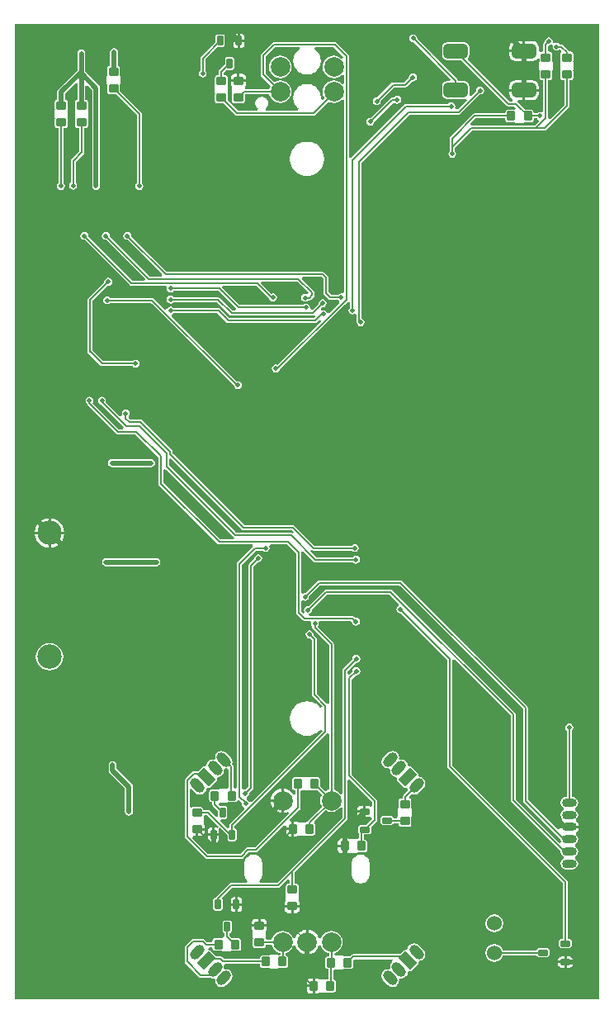
<source format=gbl>
G04 Layer_Physical_Order=2*
G04 Layer_Color=16711680*
%FSLAX44Y44*%
%MOMM*%
G71*
G01*
G75*
G04:AMPARAMS|DCode=10|XSize=1mm|YSize=0.9mm|CornerRadius=0.1125mm|HoleSize=0mm|Usage=FLASHONLY|Rotation=270.000|XOffset=0mm|YOffset=0mm|HoleType=Round|Shape=RoundedRectangle|*
%AMROUNDEDRECTD10*
21,1,1.0000,0.6750,0,0,270.0*
21,1,0.7750,0.9000,0,0,270.0*
1,1,0.2250,-0.3375,-0.3875*
1,1,0.2250,-0.3375,0.3875*
1,1,0.2250,0.3375,0.3875*
1,1,0.2250,0.3375,-0.3875*
%
%ADD10ROUNDEDRECTD10*%
G04:AMPARAMS|DCode=24|XSize=1mm|YSize=0.9mm|CornerRadius=0.1125mm|HoleSize=0mm|Usage=FLASHONLY|Rotation=0.000|XOffset=0mm|YOffset=0mm|HoleType=Round|Shape=RoundedRectangle|*
%AMROUNDEDRECTD24*
21,1,1.0000,0.6750,0,0,0.0*
21,1,0.7750,0.9000,0,0,0.0*
1,1,0.2250,0.3875,-0.3375*
1,1,0.2250,-0.3875,-0.3375*
1,1,0.2250,-0.3875,0.3375*
1,1,0.2250,0.3875,0.3375*
%
%ADD24ROUNDEDRECTD24*%
G04:AMPARAMS|DCode=28|XSize=0.6mm|YSize=1mm|CornerRadius=0.075mm|HoleSize=0mm|Usage=FLASHONLY|Rotation=270.000|XOffset=0mm|YOffset=0mm|HoleType=Round|Shape=RoundedRectangle|*
%AMROUNDEDRECTD28*
21,1,0.6000,0.8500,0,0,270.0*
21,1,0.4500,1.0000,0,0,270.0*
1,1,0.1500,-0.4250,-0.2250*
1,1,0.1500,-0.4250,0.2250*
1,1,0.1500,0.4250,0.2250*
1,1,0.1500,0.4250,-0.2250*
%
%ADD28ROUNDEDRECTD28*%
G04:AMPARAMS|DCode=29|XSize=0.6mm|YSize=1mm|CornerRadius=0.075mm|HoleSize=0mm|Usage=FLASHONLY|Rotation=0.000|XOffset=0mm|YOffset=0mm|HoleType=Round|Shape=RoundedRectangle|*
%AMROUNDEDRECTD29*
21,1,0.6000,0.8500,0,0,0.0*
21,1,0.4500,1.0000,0,0,0.0*
1,1,0.1500,0.2250,-0.4250*
1,1,0.1500,-0.2250,-0.4250*
1,1,0.1500,-0.2250,0.4250*
1,1,0.1500,0.2250,0.4250*
%
%ADD29ROUNDEDRECTD29*%
%ADD35C,0.5000*%
%ADD36C,0.2000*%
%ADD39O,1.5000X0.9000*%
%ADD40C,2.0000*%
%ADD41C,1.5240*%
G04:AMPARAMS|DCode=42|XSize=1mm|YSize=1.7mm|CornerRadius=0mm|HoleSize=0mm|Usage=FLASHONLY|Rotation=225.000|XOffset=0mm|YOffset=0mm|HoleType=Round|Shape=Round|*
%AMOVALD42*
21,1,0.7000,1.0000,0.0000,0.0000,315.0*
1,1,1.0000,-0.2475,0.2475*
1,1,1.0000,0.2475,-0.2475*
%
%ADD42OVALD42*%

G04:AMPARAMS|DCode=43|XSize=1mm|YSize=1.7mm|CornerRadius=0mm|HoleSize=0mm|Usage=FLASHONLY|Rotation=225.000|XOffset=0mm|YOffset=0mm|HoleType=Round|Shape=Rectangle|*
%AMROTATEDRECTD43*
4,1,4,-0.2475,0.9546,0.9546,-0.2475,0.2475,-0.9546,-0.9546,0.2475,-0.2475,0.9546,0.0*
%
%ADD43ROTATEDRECTD43*%

G04:AMPARAMS|DCode=44|XSize=1mm|YSize=1.7mm|CornerRadius=0mm|HoleSize=0mm|Usage=FLASHONLY|Rotation=135.000|XOffset=0mm|YOffset=0mm|HoleType=Round|Shape=Round|*
%AMOVALD44*
21,1,0.7000,1.0000,0.0000,0.0000,225.0*
1,1,1.0000,0.2475,0.2475*
1,1,1.0000,-0.2475,-0.2475*
%
%ADD44OVALD44*%

G04:AMPARAMS|DCode=45|XSize=1mm|YSize=1.7mm|CornerRadius=0mm|HoleSize=0mm|Usage=FLASHONLY|Rotation=135.000|XOffset=0mm|YOffset=0mm|HoleType=Round|Shape=Rectangle|*
%AMROTATEDRECTD45*
4,1,4,0.9546,0.2475,-0.2475,-0.9546,-0.9546,-0.2475,0.2475,0.9546,0.9546,0.2475,0.0*
%
%ADD45ROTATEDRECTD45*%

%ADD46C,2.5000*%
%ADD47C,0.5000*%
G04:AMPARAMS|DCode=48|XSize=2.5mm|YSize=1.5mm|CornerRadius=0.375mm|HoleSize=0mm|Usage=FLASHONLY|Rotation=0.000|XOffset=0mm|YOffset=0mm|HoleType=Round|Shape=RoundedRectangle|*
%AMROUNDEDRECTD48*
21,1,2.5000,0.7500,0,0,0.0*
21,1,1.7500,1.5000,0,0,0.0*
1,1,0.7500,0.8750,-0.3750*
1,1,0.7500,-0.8750,-0.3750*
1,1,0.7500,-0.8750,0.3750*
1,1,0.7500,0.8750,0.3750*
%
%ADD48ROUNDEDRECTD48*%
G36*
X600000Y0D02*
X0D01*
Y1000000D01*
X600000D01*
Y0D01*
D02*
G37*
%LPC*%
G36*
X492000Y57299D02*
X488442Y56591D01*
X485425Y54575D01*
X483409Y51558D01*
X482701Y48000D01*
X483409Y44441D01*
X485425Y41425D01*
X488442Y39409D01*
X492000Y38701D01*
X495559Y39409D01*
X498575Y41425D01*
X500591Y44441D01*
X500792Y45451D01*
X535438D01*
X536028Y44028D01*
X537750Y43315D01*
X546250D01*
X547972Y44028D01*
X548685Y45750D01*
Y50250D01*
X547972Y51972D01*
X546250Y52685D01*
X537750D01*
X536028Y51972D01*
X535438Y50549D01*
X500792D01*
X500591Y51558D01*
X498575Y54575D01*
X495559Y56591D01*
X492000Y57299D01*
D02*
G37*
G36*
X569250Y44104D02*
X566270D01*
Y39770D01*
X572604D01*
Y40750D01*
X572349Y42034D01*
X571622Y43122D01*
X570534Y43849D01*
X569250Y44104D01*
D02*
G37*
G36*
X387745Y255312D02*
X385209Y254808D01*
X383059Y253371D01*
X378109Y248421D01*
X376672Y246271D01*
X376168Y243735D01*
X376672Y241199D01*
X378109Y239049D01*
X380259Y237612D01*
X382795Y237108D01*
X383609Y237270D01*
X385310Y235569D01*
X385148Y234755D01*
X385653Y232219D01*
X387089Y230069D01*
X389239Y228632D01*
X391092Y228263D01*
X391359Y228015D01*
X392112Y226678D01*
X392228Y226178D01*
X392061Y225775D01*
X392537Y224627D01*
X399608Y217556D01*
X400756Y217080D01*
X401159Y217247D01*
X401659Y217131D01*
X402996Y216378D01*
X403245Y216111D01*
X403610Y214273D01*
X398698Y209361D01*
X398145Y208534D01*
X397951Y207559D01*
Y206551D01*
X396625D01*
X395601Y206348D01*
X394733Y205767D01*
X394152Y204899D01*
X393949Y203875D01*
Y197125D01*
X394061Y196561D01*
X393500Y196000D01*
Y188000D01*
X392623Y186049D01*
X388562D01*
X387972Y187472D01*
X386250Y188185D01*
X377750D01*
X376028Y187472D01*
X375315Y185750D01*
Y181250D01*
X376028Y179528D01*
X377750Y178815D01*
X386250D01*
X387972Y179528D01*
X388562Y180951D01*
X393949D01*
Y180125D01*
X394152Y179101D01*
X394733Y178232D01*
X395601Y177652D01*
X396625Y177449D01*
X404375D01*
X405399Y177652D01*
X406268Y178232D01*
X406848Y179101D01*
X407051Y180125D01*
Y186875D01*
X406939Y187439D01*
X407500Y188000D01*
Y196000D01*
X406939Y196561D01*
X407051Y197125D01*
Y203875D01*
X406848Y204899D01*
X406268Y205767D01*
X405593Y206218D01*
X405346Y206639D01*
X405010Y208464D01*
X407215Y210669D01*
X409736Y210167D01*
X412272Y210672D01*
X414422Y212108D01*
X419372Y217058D01*
X420808Y219208D01*
X421313Y221744D01*
X420808Y224280D01*
X419372Y226430D01*
X417222Y227867D01*
X415369Y228235D01*
X415102Y228484D01*
X414349Y229821D01*
X414233Y230321D01*
X414400Y230724D01*
X413924Y231872D01*
X406853Y238944D01*
X405705Y239419D01*
X405302Y239252D01*
X404802Y239368D01*
X403465Y240121D01*
X403217Y240388D01*
X402848Y242241D01*
X401411Y244391D01*
X399261Y245828D01*
X396725Y246332D01*
X395911Y246170D01*
X394210Y247871D01*
X394372Y248685D01*
X393868Y251221D01*
X392431Y253371D01*
X390281Y254808D01*
X387745Y255312D01*
D02*
G37*
G36*
X492000Y87299D02*
X488442Y86591D01*
X485425Y84575D01*
X483409Y81558D01*
X482701Y78000D01*
X483409Y74441D01*
X485425Y71425D01*
X488442Y69409D01*
X492000Y68701D01*
X495559Y69409D01*
X498575Y71425D01*
X500591Y74441D01*
X501299Y78000D01*
X500591Y81558D01*
X498575Y84575D01*
X495559Y86591D01*
X492000Y87299D01*
D02*
G37*
G36*
X357730Y198605D02*
X354750D01*
X353466Y198349D01*
X352378Y197622D01*
X351651Y196534D01*
X351395Y195250D01*
Y194270D01*
X357730D01*
Y198605D01*
D02*
G37*
G36*
X220250Y81185D02*
X215750D01*
X214028Y80472D01*
X213315Y78750D01*
Y70250D01*
X214028Y68528D01*
X215451Y67938D01*
Y64500D01*
X213611Y63500D01*
X213500D01*
X212939Y62939D01*
X212375Y63051D01*
X205625D01*
X204601Y62848D01*
X203732Y62267D01*
X203152Y61399D01*
X202949Y60375D01*
Y59049D01*
X197529D01*
X195214Y61364D01*
X194387Y61917D01*
X193411Y62111D01*
X186370D01*
X186353Y62108D01*
X183059D01*
X182083Y61914D01*
X181256Y61361D01*
X175198Y55302D01*
X174645Y54475D01*
X174451Y53500D01*
Y39004D01*
X174645Y38028D01*
X175198Y37201D01*
X189201Y23198D01*
X190028Y22645D01*
X191003Y22451D01*
X199750D01*
X200417Y22584D01*
X200719Y22383D01*
X203255Y21878D01*
X204069Y22040D01*
X205770Y20339D01*
X205608Y19525D01*
X206112Y16989D01*
X207549Y14839D01*
X209699Y13402D01*
X212235Y12898D01*
X214771Y13402D01*
X216921Y14839D01*
X221871Y19789D01*
X223308Y21939D01*
X223812Y24475D01*
X223308Y27011D01*
X221871Y29161D01*
X219721Y30598D01*
X217185Y31102D01*
X216371Y30940D01*
X214670Y32641D01*
X214832Y33455D01*
X214634Y34451D01*
X216243Y36451D01*
X251449D01*
Y35125D01*
X251652Y34101D01*
X252232Y33233D01*
X253101Y32652D01*
X254125Y32449D01*
X260875D01*
X261439Y32561D01*
X262000Y32000D01*
X270000D01*
X270561Y32561D01*
X271125Y32449D01*
X277875D01*
X278899Y32652D01*
X279767Y33233D01*
X280348Y34101D01*
X280551Y35125D01*
Y42875D01*
X280348Y43899D01*
X279767Y44767D01*
X278899Y45348D01*
X277875Y45551D01*
X277549D01*
Y47736D01*
X278002Y47796D01*
X280800Y48955D01*
X283202Y50798D01*
X285045Y53200D01*
X285907Y55280D01*
X286121Y55331D01*
X288020Y55155D01*
X289046Y52676D01*
X291056Y50056D01*
X293676Y48046D01*
X296726Y46783D01*
X298730Y46519D01*
Y59000D01*
Y71481D01*
X296726Y71217D01*
X293676Y69954D01*
X291056Y67944D01*
X289046Y65324D01*
X288020Y62845D01*
X286121Y62669D01*
X285907Y62720D01*
X285045Y64800D01*
X283202Y67202D01*
X280800Y69045D01*
X278002Y70204D01*
X275000Y70599D01*
X271998Y70204D01*
X269200Y69045D01*
X266798Y67202D01*
X264955Y64800D01*
X263796Y62002D01*
X263703Y61299D01*
X258877D01*
X258000Y63250D01*
Y70455D01*
X258327Y70945D01*
X258612Y72375D01*
Y74480D01*
X251000D01*
Y75750D01*
D01*
Y74480D01*
X243388D01*
Y72375D01*
X243673Y70945D01*
X244000Y70455D01*
Y63250D01*
X244561Y62689D01*
X244449Y62125D01*
Y55375D01*
X244652Y54351D01*
X245233Y53482D01*
X246101Y52902D01*
X247125Y52699D01*
X254875D01*
X255899Y52902D01*
X256768Y53482D01*
X257348Y54351D01*
X257551Y55375D01*
Y56201D01*
X263769D01*
X263796Y55998D01*
X264955Y53200D01*
X266798Y50798D01*
X269200Y48955D01*
X271998Y47796D01*
X272451Y47736D01*
Y45704D01*
X270453Y45547D01*
X270000Y46000D01*
X262000D01*
X261439Y45439D01*
X260875Y45551D01*
X254125D01*
X253101Y45348D01*
X252232Y44767D01*
X251652Y43899D01*
X251449Y42875D01*
Y41549D01*
X215029D01*
X213174Y43404D01*
X212347Y43956D01*
X211372Y44151D01*
X206876D01*
X200372Y50655D01*
X199224Y51130D01*
X198469Y52311D01*
X199928Y53951D01*
X202949D01*
Y52625D01*
X203152Y51601D01*
X203732Y50732D01*
X204601Y50152D01*
X205625Y49949D01*
X212375D01*
X212939Y50061D01*
X213500Y49500D01*
X221500D01*
X222061Y50061D01*
X222625Y49949D01*
X229375D01*
X230399Y50152D01*
X231268Y50732D01*
X231848Y51601D01*
X232051Y52625D01*
Y60375D01*
X231848Y61399D01*
X231268Y62267D01*
X230399Y62848D01*
X229375Y63051D01*
X223053D01*
X220549Y65556D01*
Y67938D01*
X221972Y68528D01*
X222685Y70250D01*
Y78750D01*
X221972Y80472D01*
X220250Y81185D01*
D02*
G37*
G36*
X34530Y477230D02*
X20797D01*
X21147Y474574D01*
X22663Y470915D01*
X25073Y467773D01*
X28215Y465363D01*
X31874Y463847D01*
X34530Y463497D01*
Y477230D01*
D02*
G37*
G36*
X50803D02*
X37070D01*
Y463497D01*
X39726Y463847D01*
X43385Y465363D01*
X46527Y467773D01*
X48937Y470915D01*
X50453Y474574D01*
X50803Y477230D01*
D02*
G37*
G36*
X563730Y37230D02*
X557396D01*
Y36250D01*
X557651Y34966D01*
X558378Y33878D01*
X559466Y33151D01*
X560750Y32896D01*
X563730D01*
Y37230D01*
D02*
G37*
G36*
X572604D02*
X566270D01*
Y32896D01*
X569250D01*
X570534Y33151D01*
X571622Y33878D01*
X572349Y34966D01*
X572604Y36250D01*
Y37230D01*
D02*
G37*
G36*
X563730Y44104D02*
X560750D01*
X559466Y43849D01*
X558378Y43122D01*
X557651Y42034D01*
X557396Y40750D01*
Y39770D01*
X563730D01*
Y44104D01*
D02*
G37*
G36*
X35800Y365621D02*
X32145Y365140D01*
X28740Y363729D01*
X25815Y361485D01*
X23571Y358560D01*
X22160Y355155D01*
X21679Y351500D01*
X22160Y347845D01*
X23571Y344440D01*
X25815Y341515D01*
X28740Y339271D01*
X32145Y337860D01*
X35800Y337379D01*
X39455Y337860D01*
X42860Y339271D01*
X45785Y341515D01*
X48029Y344440D01*
X49440Y347845D01*
X49921Y351500D01*
X49440Y355155D01*
X48029Y358560D01*
X45785Y361485D01*
X42860Y363729D01*
X39455Y365140D01*
X35800Y365621D01*
D02*
G37*
G36*
X145500Y452578D02*
X93750D01*
X92189Y452268D01*
X90866Y451384D01*
X89982Y450061D01*
X89672Y448500D01*
X89982Y446939D01*
X90866Y445616D01*
X92189Y444732D01*
X93750Y444422D01*
X145500D01*
X147061Y444732D01*
X148384Y445616D01*
X149268Y446939D01*
X149578Y448500D01*
X149268Y450061D01*
X148384Y451384D01*
X147061Y452268D01*
X145500Y452578D01*
D02*
G37*
G36*
X100500Y244578D02*
X98939Y244267D01*
X97616Y243383D01*
X96732Y242060D01*
X96421Y240499D01*
Y235000D01*
X96421Y235000D01*
X96732Y233440D01*
X97616Y232116D01*
X113172Y216561D01*
Y192750D01*
X113482Y191189D01*
X114366Y189866D01*
X115689Y188982D01*
X117250Y188672D01*
X118811Y188982D01*
X120134Y189866D01*
X121018Y191189D01*
X121328Y192750D01*
Y218250D01*
X121328Y218250D01*
X121018Y219811D01*
X120134Y221134D01*
X120134Y221134D01*
X104578Y236689D01*
Y240499D01*
X104268Y242060D01*
X103384Y243383D01*
X102060Y244267D01*
X100500Y244578D01*
D02*
G37*
G36*
X337480Y156230D02*
X331638D01*
Y153625D01*
X331923Y152195D01*
X332733Y150983D01*
X333945Y150173D01*
X335375Y149888D01*
X337480D01*
Y156230D01*
D02*
G37*
G36*
Y165112D02*
X335375D01*
X333945Y164827D01*
X332733Y164017D01*
X331923Y162805D01*
X331638Y161375D01*
Y158770D01*
X337480D01*
Y165112D01*
D02*
G37*
G36*
X226230Y96230D02*
X221896D01*
Y93250D01*
X222151Y91966D01*
X222878Y90878D01*
X223966Y90151D01*
X225250Y89895D01*
X226230D01*
Y96230D01*
D02*
G37*
G36*
X355317Y148739D02*
X355000Y148676D01*
X354683Y148739D01*
X351757Y148157D01*
X351488Y147978D01*
X351172Y147915D01*
X348691Y146257D01*
X348511Y145989D01*
X348243Y145809D01*
X346585Y143328D01*
X346522Y143012D01*
X346343Y142743D01*
X345761Y139817D01*
X345793Y139654D01*
X345729Y139500D01*
Y128500D01*
X345793Y128346D01*
X345761Y128183D01*
X346343Y125257D01*
X346522Y124988D01*
X346585Y124672D01*
X348243Y122191D01*
X348511Y122011D01*
X348691Y121743D01*
X351172Y120085D01*
X351488Y120022D01*
X351757Y119843D01*
X354683Y119261D01*
X355000Y119324D01*
X355317Y119261D01*
X358243Y119843D01*
X358512Y120022D01*
X358828Y120085D01*
X361309Y121743D01*
X361489Y122011D01*
X361757Y122191D01*
X363415Y124672D01*
X363478Y124988D01*
X363657Y125257D01*
X364239Y128183D01*
X364207Y128346D01*
X364271Y128500D01*
Y139500D01*
X364207Y139654D01*
X364239Y139817D01*
X363657Y142743D01*
X363478Y143012D01*
X363415Y143328D01*
X361757Y145809D01*
X361489Y145989D01*
X361309Y146257D01*
X358828Y147915D01*
X358512Y147978D01*
X358243Y148157D01*
X355317Y148739D01*
D02*
G37*
G36*
X233104Y96230D02*
X228770D01*
Y89895D01*
X229750D01*
X231034Y90151D01*
X232122Y90878D01*
X232849Y91966D01*
X233104Y93250D01*
Y96230D01*
D02*
G37*
G36*
X226230Y105104D02*
X225250D01*
X223966Y104849D01*
X222878Y104122D01*
X222151Y103034D01*
X221896Y101750D01*
Y98770D01*
X226230D01*
Y105104D01*
D02*
G37*
G36*
X229750D02*
X228770D01*
Y98770D01*
X233104D01*
Y101750D01*
X232849Y103034D01*
X232122Y104122D01*
X231034Y104849D01*
X229750Y105104D01*
D02*
G37*
G36*
X249730Y82862D02*
X247125D01*
X245695Y82577D01*
X244483Y81767D01*
X243673Y80555D01*
X243388Y79125D01*
Y77020D01*
X249730D01*
Y82862D01*
D02*
G37*
G36*
X569000Y283078D02*
X567439Y282768D01*
X566116Y281884D01*
X565232Y280561D01*
X564922Y279000D01*
X565232Y277439D01*
X566116Y276116D01*
X566451Y275892D01*
Y208118D01*
X566000D01*
X563659Y207652D01*
X561674Y206326D01*
X560348Y204341D01*
X559883Y202000D01*
X560348Y199659D01*
X561674Y197674D01*
X562866Y196878D01*
Y194622D01*
X561674Y193826D01*
X560348Y191841D01*
X559883Y189500D01*
X560348Y187159D01*
X561674Y185174D01*
X561818Y185078D01*
Y182673D01*
X560924Y182076D01*
X559369Y179747D01*
X559075Y178270D01*
X569000D01*
X578925D01*
X578632Y179747D01*
X577076Y182076D01*
X576182Y182673D01*
Y185078D01*
X576326Y185174D01*
X577652Y187159D01*
X578117Y189500D01*
X577652Y191841D01*
X576326Y193826D01*
X575134Y194622D01*
Y196878D01*
X576326Y197674D01*
X577652Y199659D01*
X578117Y202000D01*
X577652Y204341D01*
X576326Y206326D01*
X574341Y207652D01*
X572000Y208118D01*
X571549D01*
Y275892D01*
X571884Y276116D01*
X572768Y277439D01*
X573078Y279000D01*
X572768Y280561D01*
X571884Y281884D01*
X570561Y282768D01*
X569000Y283078D01*
D02*
G37*
G36*
X357730Y191730D02*
X351395D01*
Y190750D01*
X351651Y189466D01*
X352378Y188378D01*
X353466Y187651D01*
X354750Y187395D01*
X357730D01*
Y191730D01*
D02*
G37*
G36*
X254875Y82862D02*
X252270D01*
Y77020D01*
X258612D01*
Y79125D01*
X258327Y80555D01*
X257517Y81767D01*
X256305Y82577D01*
X254875Y82862D01*
D02*
G37*
G36*
X292362Y94480D02*
X286020D01*
Y88638D01*
X288625D01*
X290055Y88923D01*
X291267Y89733D01*
X292077Y90945D01*
X292362Y92375D01*
Y94480D01*
D02*
G37*
G36*
X283480D02*
X277138D01*
Y92375D01*
X277423Y90945D01*
X278233Y89733D01*
X279445Y88923D01*
X280875Y88638D01*
X283480D01*
Y94480D01*
D02*
G37*
G36*
X284230Y173730D02*
X278388D01*
Y171125D01*
X278673Y169695D01*
X279483Y168483D01*
X280695Y167673D01*
X282125Y167388D01*
X284230D01*
Y173730D01*
D02*
G37*
G36*
X233460Y949188D02*
X230855D01*
Y943346D01*
X237197D01*
Y945451D01*
X236912Y946881D01*
X236102Y948094D01*
X234890Y948904D01*
X233460Y949188D01*
D02*
G37*
G36*
X272500Y967799D02*
X269498Y967404D01*
X266700Y966245D01*
X264298Y964402D01*
X262455Y962000D01*
X261296Y959202D01*
X260901Y956200D01*
X261296Y953198D01*
X262455Y950400D01*
X264298Y947998D01*
X266700Y946155D01*
X269498Y944996D01*
X272500Y944601D01*
X275502Y944996D01*
X278300Y946155D01*
X280702Y947998D01*
X282545Y950400D01*
X283704Y953198D01*
X284099Y956200D01*
X283704Y959202D01*
X282545Y962000D01*
X280702Y964402D01*
X278300Y966245D01*
X275502Y967404D01*
X272500Y967799D01*
D02*
G37*
G36*
X521230Y971230D02*
X507337D01*
Y968750D01*
X507825Y966296D01*
X509215Y964215D01*
X511296Y962825D01*
X513750Y962337D01*
X521230D01*
Y971230D01*
D02*
G37*
G36*
X228315Y949188D02*
X225710D01*
X224280Y948904D01*
X223067Y948094D01*
X222257Y946881D01*
X221973Y945451D01*
Y943346D01*
X228315D01*
Y949188D01*
D02*
G37*
G36*
X521230Y942663D02*
X513750D01*
X511296Y942175D01*
X509215Y940785D01*
X507825Y938704D01*
X507337Y936250D01*
Y933770D01*
X521230D01*
Y942663D01*
D02*
G37*
G36*
X531250D02*
X523770D01*
Y933770D01*
X537663D01*
Y936250D01*
X537175Y938704D01*
X535785Y940785D01*
X533704Y942175D01*
X531250Y942663D01*
D02*
G37*
G36*
X408500Y949578D02*
X406939Y949268D01*
X405616Y948384D01*
X404732Y947061D01*
X404422Y945500D01*
X404500Y945105D01*
X399944Y940549D01*
X388500D01*
X387525Y940355D01*
X386698Y939802D01*
X371895Y925000D01*
X371500Y925078D01*
X369939Y924768D01*
X368616Y923884D01*
X367732Y922561D01*
X367422Y921000D01*
X367732Y919439D01*
X368616Y918116D01*
X369939Y917232D01*
X371500Y916922D01*
X373061Y917232D01*
X374384Y918116D01*
X375268Y919439D01*
X375578Y921000D01*
X375500Y921395D01*
X389556Y935451D01*
X401000D01*
X401976Y935645D01*
X402802Y936198D01*
X408105Y941500D01*
X408500Y941422D01*
X410061Y941732D01*
X411384Y942616D01*
X412268Y943939D01*
X412578Y945500D01*
X412268Y947061D01*
X411384Y948384D01*
X410061Y949268D01*
X408500Y949578D01*
D02*
G37*
G36*
X213173Y989685D02*
X208673D01*
X206951Y988972D01*
X206238Y987250D01*
Y981919D01*
X191198Y966879D01*
X190645Y966052D01*
X190451Y965077D01*
Y952608D01*
X190116Y952384D01*
X189232Y951061D01*
X188922Y949500D01*
X189232Y947939D01*
X190116Y946616D01*
X191439Y945732D01*
X193000Y945422D01*
X194561Y945732D01*
X195884Y946616D01*
X196768Y947939D01*
X197078Y949500D01*
X196768Y951061D01*
X195884Y952384D01*
X195549Y952608D01*
Y964021D01*
X208086Y976558D01*
X208673Y976315D01*
X213173D01*
X214895Y977028D01*
X215609Y978750D01*
Y987250D01*
X214895Y988972D01*
X213173Y989685D01*
D02*
G37*
G36*
X228653Y990604D02*
X227673D01*
X226390Y990349D01*
X225301Y989622D01*
X224574Y988534D01*
X224319Y987250D01*
Y984270D01*
X228653D01*
Y990604D01*
D02*
G37*
G36*
X232173D02*
X231193D01*
Y984270D01*
X235528D01*
Y987250D01*
X235272Y988534D01*
X234545Y989622D01*
X233457Y990349D01*
X232173Y990604D01*
D02*
G37*
G36*
X235528Y981730D02*
X231193D01*
Y975396D01*
X232173D01*
X233457Y975651D01*
X234545Y976378D01*
X235272Y977466D01*
X235528Y978750D01*
Y981730D01*
D02*
G37*
G36*
X548000Y986578D02*
X546439Y986268D01*
X545116Y985384D01*
X544232Y984061D01*
X543922Y982500D01*
X544000Y982105D01*
X543198Y981302D01*
X542645Y980475D01*
X542451Y979500D01*
Y972051D01*
X541125D01*
X540101Y971848D01*
X539663Y971555D01*
X538150Y972077D01*
X537663Y972441D01*
Y976250D01*
X537175Y978704D01*
X535785Y980785D01*
X533704Y982175D01*
X531250Y982663D01*
X523770D01*
Y972500D01*
Y962337D01*
X531250D01*
X533704Y962825D01*
X535785Y964215D01*
X536449Y965209D01*
X538449Y964602D01*
Y962625D01*
X538561Y962061D01*
X538000Y961500D01*
Y953500D01*
X538561Y952939D01*
X538449Y952375D01*
Y945625D01*
X538652Y944601D01*
X539232Y943733D01*
X540101Y943152D01*
X541125Y942949D01*
X542451D01*
Y910910D01*
X540591Y909786D01*
X540451Y909790D01*
X539000Y910078D01*
X537439Y909768D01*
X536116Y908884D01*
X535892Y908549D01*
X532551D01*
Y909875D01*
X532348Y910899D01*
X531768Y911768D01*
X530899Y912348D01*
X529875Y912551D01*
X523553D01*
X515802Y920302D01*
X515751Y920337D01*
X516358Y922337D01*
X521230D01*
Y931230D01*
X507337D01*
Y928750D01*
X507825Y926296D01*
X509215Y924215D01*
X510961Y923049D01*
X510801Y921509D01*
X510628Y921049D01*
X507556D01*
X464910Y963695D01*
X465035Y964965D01*
X466195Y966702D01*
X466603Y968750D01*
Y976250D01*
X466195Y978298D01*
X465035Y980035D01*
X463298Y981195D01*
X461250Y981603D01*
X443750D01*
X441702Y981195D01*
X439965Y980035D01*
X438805Y978298D01*
X438397Y976250D01*
Y968750D01*
X438805Y966702D01*
X439965Y964965D01*
X441702Y963805D01*
X443750Y963397D01*
X457998D01*
X504698Y916698D01*
X505525Y916145D01*
X506500Y915951D01*
X512360D01*
X513801Y914335D01*
X512875Y912551D01*
X506125D01*
X505101Y912348D01*
X504232Y911768D01*
X503652Y910899D01*
X503448Y909875D01*
Y908549D01*
X472000D01*
X471025Y908355D01*
X470198Y907802D01*
X447198Y884802D01*
X446645Y883976D01*
X446451Y883000D01*
Y870108D01*
X446116Y869884D01*
X445232Y868561D01*
X444922Y867000D01*
X445232Y865439D01*
X446116Y864116D01*
X447439Y863232D01*
X449000Y862922D01*
X450561Y863232D01*
X451884Y864116D01*
X452768Y865439D01*
X453078Y867000D01*
X452768Y868561D01*
X451884Y869884D01*
X451549Y870108D01*
Y872944D01*
X469556Y890951D01*
X543500D01*
X544476Y891145D01*
X545302Y891698D01*
X568302Y914698D01*
X568855Y915525D01*
X569049Y916500D01*
Y942949D01*
X570375D01*
X571399Y943152D01*
X572267Y943733D01*
X572848Y944601D01*
X573051Y945625D01*
Y952375D01*
X572939Y952939D01*
X573500Y953500D01*
Y961500D01*
X572939Y962061D01*
X573051Y962625D01*
Y969375D01*
X572848Y970399D01*
X572267Y971267D01*
X571399Y971848D01*
X570375Y972051D01*
X568939D01*
X568855Y972475D01*
X568302Y973302D01*
X562802Y978802D01*
X561976Y979355D01*
X561000Y979549D01*
X559108D01*
X558884Y979884D01*
X557561Y980768D01*
X556000Y981078D01*
X554439Y980768D01*
X553492Y980135D01*
X553153Y980293D01*
X551839Y981299D01*
X552078Y982500D01*
X551768Y984061D01*
X550884Y985384D01*
X549561Y986268D01*
X548000Y986578D01*
D02*
G37*
G36*
X521230Y982663D02*
X513750D01*
X511296Y982175D01*
X509215Y980785D01*
X507825Y978704D01*
X507337Y976250D01*
Y973770D01*
X521230D01*
Y982663D01*
D02*
G37*
G36*
X228653Y981730D02*
X224319D01*
Y978750D01*
X224574Y977466D01*
X225301Y976378D01*
X226390Y975651D01*
X227673Y975396D01*
X228653D01*
Y981730D01*
D02*
G37*
G36*
X89650Y618228D02*
X88089Y617918D01*
X86766Y617034D01*
X85882Y615711D01*
X85572Y614150D01*
X85882Y612589D01*
X86766Y611266D01*
X88089Y610382D01*
X88618Y610277D01*
X112096Y586799D01*
X111268Y584799D01*
X107306D01*
X80176Y611928D01*
X80518Y612439D01*
X80828Y614000D01*
X80518Y615561D01*
X79634Y616884D01*
X78311Y617768D01*
X76750Y618078D01*
X75189Y617768D01*
X73866Y616884D01*
X72982Y615561D01*
X72672Y614000D01*
X72982Y612439D01*
X73866Y611116D01*
X74409Y610753D01*
X74948Y609948D01*
X104448Y580448D01*
X105275Y579895D01*
X106250Y579701D01*
X123944D01*
X147451Y556194D01*
Y529000D01*
X147645Y528024D01*
X148198Y527198D01*
X208048Y467348D01*
X208875Y466795D01*
X209850Y466601D01*
X243790D01*
X244377Y465437D01*
X244496Y464601D01*
X228698Y448802D01*
X228145Y447976D01*
X227951Y447000D01*
Y217145D01*
X226371Y216008D01*
X224549Y216763D01*
Y238920D01*
X224355Y239896D01*
X223802Y240723D01*
X223311Y241215D01*
X223812Y243736D01*
X223308Y246272D01*
X221871Y248422D01*
X216921Y253372D01*
X214771Y254808D01*
X212235Y255313D01*
X209699Y254808D01*
X207549Y253372D01*
X206112Y251222D01*
X205608Y248685D01*
X205770Y247871D01*
X204069Y246171D01*
X203255Y246332D01*
X200719Y245828D01*
X198569Y244391D01*
X197132Y242241D01*
X196763Y240389D01*
X196515Y240121D01*
X195178Y239368D01*
X194678Y239252D01*
X194275Y239419D01*
X193127Y238944D01*
X188604Y234422D01*
X184373D01*
X183398Y234228D01*
X182571Y233675D01*
X175198Y226302D01*
X174645Y225476D01*
X174451Y224500D01*
Y167500D01*
X174645Y166525D01*
X175198Y165698D01*
X195698Y145198D01*
X196525Y144645D01*
X197500Y144451D01*
X232701D01*
X233676Y144645D01*
X234503Y145198D01*
X240257Y150951D01*
X247500D01*
X248475Y151145D01*
X249302Y151698D01*
X276388Y178783D01*
X278388Y177955D01*
Y176270D01*
X284230D01*
Y182612D01*
X283045D01*
X282217Y184612D01*
X292302Y194698D01*
X292855Y195525D01*
X293049Y196500D01*
Y213623D01*
X295000Y214500D01*
X303000D01*
X303561Y215061D01*
X304125Y214949D01*
X310447D01*
X315233Y210162D01*
X314955Y209800D01*
X313796Y207002D01*
X313401Y204000D01*
X313796Y200998D01*
X314955Y198200D01*
X315233Y197838D01*
X300698Y183302D01*
X300145Y182475D01*
X300141Y182453D01*
X298009Y181991D01*
X298000Y182000D01*
X290795D01*
X290305Y182327D01*
X288875Y182612D01*
X286770D01*
Y175000D01*
Y167388D01*
X288875D01*
X290305Y167673D01*
X290795Y168000D01*
X298000D01*
X298561Y168561D01*
X299125Y168449D01*
X305875D01*
X306899Y168652D01*
X307768Y169233D01*
X308348Y170101D01*
X308551Y171125D01*
Y178875D01*
X308348Y179899D01*
X307768Y180767D01*
X307681Y183076D01*
X318838Y194233D01*
X319200Y193955D01*
X321998Y192796D01*
X325000Y192401D01*
X328002Y192796D01*
X330800Y193955D01*
X333202Y195798D01*
X334451Y197426D01*
X336451Y196747D01*
Y186556D01*
X282948Y133052D01*
X269444Y119549D01*
X251626D01*
X251019Y121549D01*
X251309Y121743D01*
X251489Y122011D01*
X251757Y122191D01*
X253415Y124672D01*
X253478Y124988D01*
X253657Y125257D01*
X254239Y128183D01*
X254207Y128346D01*
X254270Y128500D01*
Y139500D01*
X254207Y139654D01*
X254239Y139817D01*
X253657Y142743D01*
X253478Y143012D01*
X253415Y143328D01*
X251757Y145809D01*
X251489Y145989D01*
X251309Y146257D01*
X248828Y147915D01*
X248512Y147978D01*
X248243Y148157D01*
X245317Y148739D01*
X245000Y148676D01*
X244683Y148739D01*
X241757Y148157D01*
X241488Y147978D01*
X241172Y147915D01*
X238691Y146257D01*
X238511Y145989D01*
X238243Y145809D01*
X236585Y143328D01*
X236522Y143012D01*
X236343Y142743D01*
X235761Y139817D01*
X235793Y139654D01*
X235730Y139500D01*
Y128500D01*
X235793Y128346D01*
X235761Y128183D01*
X236343Y125257D01*
X236522Y124988D01*
X236585Y124672D01*
X238243Y122191D01*
X238511Y122011D01*
X238691Y121743D01*
X238981Y121549D01*
X238374Y119549D01*
X222000D01*
X221024Y119355D01*
X220198Y118802D01*
X206698Y105302D01*
X206145Y104475D01*
X206073Y104112D01*
X204528Y103472D01*
X203815Y101750D01*
Y93250D01*
X204528Y91528D01*
X206250Y90815D01*
X210750D01*
X212472Y91528D01*
X213185Y93250D01*
Y101750D01*
X212472Y103472D01*
X212407Y103802D01*
X223056Y114451D01*
X270500D01*
X271476Y114645D01*
X272302Y115198D01*
X280353Y123249D01*
X282201Y122483D01*
Y118801D01*
X280875D01*
X279851Y118598D01*
X278983Y118018D01*
X278402Y117149D01*
X278199Y116125D01*
Y109375D01*
X278311Y108811D01*
X277750Y108250D01*
Y101045D01*
X277423Y100555D01*
X277138Y99125D01*
Y97020D01*
X284750D01*
X292362D01*
Y99125D01*
X292077Y100555D01*
X291750Y101045D01*
Y108250D01*
X291189Y108811D01*
X291301Y109375D01*
Y116125D01*
X291098Y117149D01*
X290518Y118018D01*
X289649Y118598D01*
X288625Y118801D01*
X287299D01*
Y130194D01*
X340802Y183698D01*
X341355Y184525D01*
X341549Y185500D01*
Y225018D01*
X343549Y225846D01*
X366951Y202444D01*
Y198959D01*
X364951Y198070D01*
X364534Y198349D01*
X363250Y198605D01*
X360270D01*
Y193000D01*
Y187395D01*
X363250D01*
X364534Y187651D01*
X366412Y186790D01*
X366597Y185202D01*
X360081Y178685D01*
X354750D01*
X353028Y177972D01*
X352315Y176250D01*
Y171750D01*
X353028Y170028D01*
X353201Y169956D01*
Y165377D01*
X351250Y164500D01*
X344045D01*
X343555Y164827D01*
X342125Y165112D01*
X340020D01*
Y157500D01*
Y149888D01*
X342125D01*
X343555Y150173D01*
X344045Y150500D01*
X351250D01*
X351811Y151061D01*
X352375Y150949D01*
X359125D01*
X360149Y151152D01*
X361017Y151733D01*
X361598Y152601D01*
X361801Y153625D01*
Y161375D01*
X361598Y162399D01*
X361017Y163267D01*
X360149Y163848D01*
X359125Y164051D01*
X358299D01*
Y169315D01*
X363250D01*
X364972Y170028D01*
X365685Y171750D01*
Y176250D01*
X365442Y176837D01*
X371302Y182698D01*
X371855Y183524D01*
X372049Y184500D01*
Y203500D01*
X371855Y204475D01*
X371302Y205302D01*
X346049Y230556D01*
Y328444D01*
X350255Y332650D01*
X350650Y332572D01*
X352211Y332882D01*
X353534Y333766D01*
X354418Y335089D01*
X354728Y336650D01*
X354418Y338211D01*
X353534Y339534D01*
X352211Y340418D01*
X350650Y340728D01*
X349089Y340418D01*
X347766Y339534D01*
X346882Y338211D01*
X346572Y336650D01*
X346650Y336255D01*
X343549Y333154D01*
X341549Y333982D01*
Y336644D01*
X350255Y345350D01*
X350650Y345272D01*
X352211Y345582D01*
X353534Y346466D01*
X354418Y347789D01*
X354728Y349350D01*
X354418Y350911D01*
X353534Y352234D01*
X352211Y353118D01*
X350650Y353428D01*
X349089Y353118D01*
X347766Y352234D01*
X346882Y350911D01*
X346572Y349350D01*
X346650Y348955D01*
X337198Y339502D01*
X336645Y338675D01*
X336451Y337700D01*
Y211253D01*
X334451Y210574D01*
X333202Y212202D01*
X330800Y214045D01*
X328002Y215204D01*
X327549Y215264D01*
Y364500D01*
X327355Y365475D01*
X326802Y366302D01*
X310848Y382256D01*
X310884Y382616D01*
X311768Y383939D01*
X312078Y385500D01*
X311889Y386451D01*
X312836Y388066D01*
X313244Y388451D01*
X344150D01*
X345922Y387500D01*
X346232Y385939D01*
X347116Y384616D01*
X348439Y383732D01*
X350000Y383422D01*
X351561Y383732D01*
X352884Y384616D01*
X353768Y385939D01*
X354078Y387500D01*
X353768Y389061D01*
X352884Y390384D01*
X351561Y391268D01*
X350000Y391578D01*
X349605Y391500D01*
X348302Y392802D01*
X347476Y393355D01*
X346500Y393549D01*
X302173D01*
X302082Y393598D01*
X301864Y395593D01*
X302561Y395732D01*
X303884Y396616D01*
X304768Y397939D01*
X305078Y399500D01*
X305000Y399895D01*
X320556Y415451D01*
X384736D01*
X394240Y405947D01*
X394254Y405378D01*
X393781Y403578D01*
X392966Y403034D01*
X392082Y401711D01*
X391772Y400150D01*
X392082Y398589D01*
X392966Y397266D01*
X394289Y396382D01*
X395850Y396072D01*
X396245Y396150D01*
X444053Y348342D01*
Y238898D01*
X444247Y237922D01*
X444800Y237096D01*
X562451Y119444D01*
Y62185D01*
X560750D01*
X559028Y61472D01*
X558315Y59750D01*
Y55250D01*
X559028Y53528D01*
X560750Y52815D01*
X569250D01*
X570972Y53528D01*
X571685Y55250D01*
Y59750D01*
X570972Y61472D01*
X569250Y62185D01*
X567549D01*
Y120500D01*
X567355Y121475D01*
X566802Y122302D01*
X449151Y239954D01*
Y348208D01*
X451151Y349036D01*
X508951Y291236D01*
Y204500D01*
X509145Y203525D01*
X509698Y202698D01*
X559967Y152428D01*
X559883Y152000D01*
X560348Y149659D01*
X561674Y147674D01*
X562866Y146878D01*
Y144622D01*
X561674Y143826D01*
X560348Y141841D01*
X559883Y139500D01*
X560348Y137159D01*
X561674Y135174D01*
X563659Y133848D01*
X566000Y133383D01*
X572000D01*
X574341Y133848D01*
X576326Y135174D01*
X577652Y137159D01*
X578117Y139500D01*
X577652Y141841D01*
X576326Y143826D01*
X575134Y144622D01*
Y146878D01*
X576326Y147674D01*
X577652Y149659D01*
X578117Y152000D01*
X577652Y154341D01*
X576326Y156326D01*
X575134Y157122D01*
Y159378D01*
X576326Y160174D01*
X577652Y162159D01*
X578117Y164500D01*
X577652Y166841D01*
X576326Y168826D01*
X576182Y168922D01*
Y171327D01*
X577076Y171924D01*
X578632Y174253D01*
X578925Y175730D01*
X569000D01*
X559075D01*
X559167Y175266D01*
X557324Y174281D01*
X526549Y205056D01*
Y299278D01*
X526355Y300254D01*
X525802Y301080D01*
X397580Y429302D01*
X396754Y429855D01*
X395778Y430049D01*
X312500D01*
X311525Y429855D01*
X310698Y429302D01*
X298245Y416850D01*
X297850Y416928D01*
X296289Y416618D01*
X296049Y416457D01*
X294049Y417526D01*
Y458500D01*
X293920Y459146D01*
X294756Y459922D01*
X295570Y460325D01*
X306748Y449148D01*
X307575Y448595D01*
X308550Y448401D01*
X346892D01*
X347116Y448066D01*
X348439Y447182D01*
X350000Y446872D01*
X351561Y447182D01*
X352884Y448066D01*
X353768Y449389D01*
X354078Y450950D01*
X353768Y452511D01*
X352884Y453834D01*
X351561Y454718D01*
X350000Y455028D01*
X348439Y454718D01*
X347116Y453834D01*
X346892Y453499D01*
X309606D01*
X303348Y459757D01*
X304698Y461198D01*
X305525Y460645D01*
X306500Y460451D01*
X345892D01*
X346116Y460116D01*
X347439Y459232D01*
X349000Y458922D01*
X350561Y459232D01*
X351884Y460116D01*
X352768Y461439D01*
X353078Y463000D01*
X352768Y464561D01*
X351884Y465884D01*
X350561Y466768D01*
X349000Y467078D01*
X347439Y466768D01*
X346116Y465884D01*
X345892Y465549D01*
X307556D01*
X287302Y485802D01*
X286476Y486355D01*
X285500Y486549D01*
X236056D01*
X162299Y560306D01*
Y561592D01*
X162105Y562567D01*
X161552Y563394D01*
X131144Y593802D01*
X130317Y594355D01*
X129342Y594549D01*
X119056D01*
X117423Y596182D01*
X116884Y598116D01*
X117768Y599439D01*
X118078Y601000D01*
X117768Y602561D01*
X116884Y603884D01*
X115561Y604768D01*
X114000Y605078D01*
X112439Y604768D01*
X111116Y603884D01*
X110232Y602561D01*
X109922Y601000D01*
X110232Y599439D01*
X110388Y599207D01*
X110254Y598679D01*
X108037Y598068D01*
X93434Y612671D01*
X93728Y614150D01*
X93418Y615711D01*
X92534Y617034D01*
X91211Y617918D01*
X89650Y618228D01*
D02*
G37*
G36*
X305480Y21612D02*
X303375D01*
X301945Y21327D01*
X300733Y20517D01*
X299923Y19305D01*
X299638Y17875D01*
Y15270D01*
X305480D01*
Y21612D01*
D02*
G37*
G36*
X96000Y740078D02*
X94439Y739768D01*
X93116Y738884D01*
X92232Y737561D01*
X91922Y736000D01*
X92000Y735605D01*
X75698Y719302D01*
X75145Y718475D01*
X74951Y717500D01*
Y664250D01*
X75145Y663275D01*
X75698Y662448D01*
X76451Y661944D01*
X88198Y650198D01*
X89025Y649645D01*
X90000Y649451D01*
X120892D01*
X121116Y649116D01*
X122439Y648232D01*
X124000Y647922D01*
X125561Y648232D01*
X126884Y649116D01*
X127768Y650439D01*
X128078Y652000D01*
X127768Y653561D01*
X126884Y654884D01*
X125561Y655768D01*
X124000Y656078D01*
X122439Y655768D01*
X121116Y654884D01*
X120892Y654549D01*
X91056D01*
X80049Y665556D01*
Y716444D01*
X95605Y732000D01*
X96000Y731922D01*
X97561Y732232D01*
X98884Y733116D01*
X99768Y734439D01*
X100078Y736000D01*
X99768Y737561D01*
X98884Y738884D01*
X97561Y739768D01*
X96000Y740078D01*
D02*
G37*
G36*
X140000Y554078D02*
X100000D01*
X98439Y553768D01*
X97116Y552884D01*
X96232Y551561D01*
X95922Y550000D01*
X96232Y548439D01*
X97116Y547116D01*
X98439Y546232D01*
X100000Y545922D01*
X140000D01*
X141561Y546232D01*
X142884Y547116D01*
X143768Y548439D01*
X144078Y550000D01*
X143768Y551561D01*
X142884Y552884D01*
X141561Y553768D01*
X140000Y554078D01*
D02*
G37*
G36*
X301270Y71481D02*
Y59000D01*
Y46519D01*
X303274Y46783D01*
X306324Y48046D01*
X308944Y50056D01*
X310954Y52676D01*
X311980Y55155D01*
X313879Y55331D01*
X314093Y55280D01*
X314955Y53200D01*
X316798Y50798D01*
X319200Y48955D01*
X321998Y47796D01*
X322451Y47736D01*
Y44551D01*
X321125D01*
X320101Y44348D01*
X319233Y43767D01*
X318652Y42899D01*
X318449Y41875D01*
Y34125D01*
X318652Y33101D01*
X319233Y32232D01*
X320101Y31652D01*
X321125Y31449D01*
X321951D01*
Y20551D01*
X320375D01*
X319811Y20439D01*
X319250Y21000D01*
X312045D01*
X311555Y21327D01*
X310125Y21612D01*
X308020D01*
Y14000D01*
Y6388D01*
X310125D01*
X311555Y6673D01*
X312045Y7000D01*
X319250D01*
X319811Y7561D01*
X320375Y7449D01*
X327125D01*
X328149Y7652D01*
X329017Y8232D01*
X329598Y9101D01*
X329801Y10125D01*
Y17875D01*
X329598Y18899D01*
X329017Y19768D01*
X328149Y20348D01*
X327125Y20551D01*
X327049D01*
Y30123D01*
X329000Y31000D01*
X337000D01*
X337561Y31561D01*
X338125Y31449D01*
X344875D01*
X345899Y31652D01*
X346768Y32232D01*
X347348Y33101D01*
X347551Y34125D01*
Y40447D01*
X348556Y41451D01*
X387700D01*
X387945Y41115D01*
X387471Y38396D01*
X387089Y38141D01*
X385653Y35991D01*
X385148Y33455D01*
X385310Y32641D01*
X383609Y30940D01*
X382795Y31102D01*
X380259Y30598D01*
X378109Y29161D01*
X376672Y27011D01*
X376168Y24475D01*
X376672Y21939D01*
X378109Y19789D01*
X383059Y14839D01*
X385209Y13402D01*
X387745Y12898D01*
X390281Y13402D01*
X392431Y14839D01*
X393868Y16989D01*
X394372Y19525D01*
X394210Y20339D01*
X395911Y22040D01*
X396725Y21878D01*
X399261Y22383D01*
X401411Y23819D01*
X402848Y25969D01*
X403217Y27822D01*
X403465Y28089D01*
X404802Y28842D01*
X405302Y28958D01*
X405705Y28791D01*
X406853Y29267D01*
X413924Y36338D01*
X414400Y37486D01*
X414233Y37889D01*
X414349Y38389D01*
X415102Y39726D01*
X415369Y39975D01*
X417222Y40343D01*
X419372Y41780D01*
X420808Y43930D01*
X421313Y46466D01*
X420808Y49002D01*
X419372Y51152D01*
X414422Y56102D01*
X412272Y57538D01*
X409736Y58043D01*
X407200Y57538D01*
X405050Y56102D01*
X403613Y53952D01*
X403245Y52099D01*
X402996Y51832D01*
X401659Y51079D01*
X401159Y50963D01*
X400756Y51130D01*
X399608Y50655D01*
X395502Y46549D01*
X347500D01*
X346525Y46355D01*
X345698Y45802D01*
X344447Y44551D01*
X338125D01*
X337561Y44439D01*
X337000Y45000D01*
X329372D01*
X328169Y46656D01*
X328487Y47997D01*
X330800Y48955D01*
X333202Y50798D01*
X335045Y53200D01*
X336204Y55998D01*
X336599Y59000D01*
X336204Y62002D01*
X335045Y64800D01*
X333202Y67202D01*
X330800Y69045D01*
X328002Y70204D01*
X325000Y70599D01*
X321998Y70204D01*
X319200Y69045D01*
X316798Y67202D01*
X314955Y64800D01*
X314093Y62720D01*
X313879Y62669D01*
X311980Y62845D01*
X310954Y65324D01*
X308944Y67944D01*
X306324Y69954D01*
X303274Y71217D01*
X301270Y71481D01*
D02*
G37*
G36*
X34530Y493503D02*
X31874Y493153D01*
X28215Y491637D01*
X25073Y489227D01*
X22663Y486085D01*
X21147Y482426D01*
X20797Y479770D01*
X34530D01*
Y493503D01*
D02*
G37*
G36*
X37070D02*
Y479770D01*
X50803D01*
X50453Y482426D01*
X48937Y486085D01*
X46527Y489227D01*
X43385Y491637D01*
X39726Y493153D01*
X37070Y493503D01*
D02*
G37*
G36*
X409000Y989578D02*
X407439Y989268D01*
X406116Y988384D01*
X405232Y987061D01*
X404922Y985500D01*
X405232Y983939D01*
X406116Y982616D01*
X407439Y981732D01*
X409000Y981422D01*
X409395Y981500D01*
X447445Y943451D01*
X446679Y941603D01*
X443750D01*
X441702Y941195D01*
X439965Y940035D01*
X438805Y938298D01*
X438397Y936250D01*
Y928750D01*
X438805Y926702D01*
X439965Y924965D01*
X441702Y923805D01*
X443750Y923397D01*
X461250D01*
X462766Y923699D01*
X463839Y921943D01*
X454735Y912840D01*
X452964Y912980D01*
X451817Y914684D01*
X452078Y916000D01*
X451768Y917561D01*
X450884Y918884D01*
X449561Y919768D01*
X448000Y920078D01*
X446439Y919768D01*
X445116Y918884D01*
X444892Y918549D01*
X401500D01*
X400525Y918355D01*
X399698Y917802D01*
X345049Y863154D01*
X343681Y863494D01*
X343049Y863923D01*
Y967000D01*
X342855Y967975D01*
X342302Y968802D01*
X330302Y980802D01*
X329476Y981355D01*
X328500Y981549D01*
X266000D01*
X265025Y981355D01*
X264198Y980802D01*
X253198Y969802D01*
X252645Y968976D01*
X252451Y968000D01*
Y948300D01*
X252645Y947325D01*
X253198Y946498D01*
X262733Y936962D01*
X262455Y936600D01*
X261296Y933802D01*
X261236Y933349D01*
X236585D01*
Y936781D01*
X236912Y937271D01*
X237197Y938701D01*
Y940806D01*
X229585D01*
X221973D01*
Y938701D01*
X222257Y937271D01*
X222585Y936781D01*
Y929576D01*
X223146Y929016D01*
X223033Y928452D01*
Y921702D01*
X223237Y920677D01*
X223817Y919809D01*
X224685Y919229D01*
X225710Y919025D01*
X233460D01*
X234484Y919229D01*
X235352Y919809D01*
X235932Y920677D01*
X236136Y921702D01*
Y928023D01*
X236364Y928251D01*
X261236D01*
X261296Y927798D01*
X262455Y925000D01*
X264298Y922598D01*
X266700Y920755D01*
X269498Y919596D01*
X272500Y919201D01*
X275502Y919596D01*
X278300Y920755D01*
X280702Y922598D01*
X282545Y925000D01*
X283704Y927798D01*
X284099Y930800D01*
X283704Y933802D01*
X282545Y936600D01*
X280702Y939002D01*
X278300Y940845D01*
X275502Y942004D01*
X272500Y942399D01*
X269498Y942004D01*
X266700Y940845D01*
X266338Y940567D01*
X257549Y949356D01*
Y966944D01*
X267056Y976451D01*
X291945D01*
X292146Y975992D01*
X292374Y974451D01*
X290096Y972703D01*
X289987Y972513D01*
X289797Y972403D01*
X287793Y969792D01*
X287736Y969580D01*
X287581Y969425D01*
X286322Y966385D01*
Y966165D01*
X286212Y965975D01*
X285782Y962712D01*
X285839Y962500D01*
X285782Y962288D01*
X286212Y959025D01*
X286322Y958835D01*
Y958615D01*
X287581Y955575D01*
X287736Y955420D01*
X287793Y955208D01*
X289797Y952597D01*
X289987Y952487D01*
X290096Y952297D01*
X292708Y950293D01*
X292920Y950236D01*
X293075Y950081D01*
X296115Y948822D01*
X296335D01*
X296525Y948712D01*
X299788Y948282D01*
X299896Y948311D01*
X300000Y948269D01*
X300104Y948311D01*
X300212Y948282D01*
X303475Y948712D01*
X303665Y948822D01*
X303885D01*
X306925Y950081D01*
X307080Y950236D01*
X307292Y950293D01*
X309904Y952297D01*
X310013Y952487D01*
X310203Y952597D01*
X312207Y955208D01*
X312264Y955420D01*
X312419Y955575D01*
X313678Y958615D01*
Y958835D01*
X313788Y959025D01*
X314218Y962288D01*
X314161Y962500D01*
X314218Y962712D01*
X313788Y965975D01*
X313678Y966165D01*
Y966385D01*
X312419Y969425D01*
X312264Y969580D01*
X312207Y969792D01*
X310203Y972403D01*
X310013Y972513D01*
X309904Y972703D01*
X307626Y974451D01*
X307854Y975992D01*
X308055Y976451D01*
X327444D01*
X337261Y966634D01*
X337104Y965726D01*
X337037Y965662D01*
X334946Y964982D01*
X333300Y966245D01*
X330502Y967404D01*
X327500Y967799D01*
X324498Y967404D01*
X321700Y966245D01*
X319298Y964402D01*
X317455Y962000D01*
X316296Y959202D01*
X315901Y956200D01*
X316296Y953198D01*
X317455Y950400D01*
X319298Y947998D01*
X321700Y946155D01*
X324498Y944996D01*
X327500Y944601D01*
X330502Y944996D01*
X333300Y946155D01*
X335702Y947998D01*
X335951Y948323D01*
X337951Y947644D01*
Y939356D01*
X335951Y938677D01*
X335702Y939002D01*
X333300Y940845D01*
X330502Y942004D01*
X327500Y942399D01*
X324498Y942004D01*
X321700Y940845D01*
X319298Y939002D01*
X317455Y936600D01*
X316296Y933802D01*
X315901Y930800D01*
X316296Y927798D01*
X317455Y925000D01*
X318046Y924230D01*
X315951Y922136D01*
X314057Y923070D01*
X314218Y924288D01*
X314161Y924500D01*
X314218Y924712D01*
X313788Y927975D01*
X313678Y928165D01*
Y928384D01*
X312419Y931425D01*
X312264Y931580D01*
X312207Y931792D01*
X310203Y934404D01*
X310013Y934513D01*
X309904Y934703D01*
X307292Y936707D01*
X307080Y936764D01*
X306925Y936919D01*
X303885Y938178D01*
X303665D01*
X303475Y938288D01*
X300212Y938718D01*
X300104Y938689D01*
X300000Y938732D01*
X299896Y938689D01*
X299788Y938718D01*
X296525Y938288D01*
X296335Y938178D01*
X296115D01*
X293075Y936919D01*
X292920Y936764D01*
X292708Y936707D01*
X290096Y934703D01*
X289987Y934513D01*
X289797Y934404D01*
X287793Y931792D01*
X287736Y931580D01*
X287581Y931425D01*
X286322Y928384D01*
Y928165D01*
X286212Y927975D01*
X285782Y924712D01*
X285839Y924500D01*
X285782Y924288D01*
X286212Y921025D01*
X286322Y920835D01*
Y920615D01*
X287581Y917575D01*
X287736Y917420D01*
X287793Y917208D01*
X289797Y914596D01*
X289987Y914487D01*
X290096Y914297D01*
X291071Y913549D01*
X290392Y911549D01*
X257871D01*
X257264Y913549D01*
X258007Y914045D01*
X258186Y914314D01*
X258455Y914493D01*
X259560Y916147D01*
X259623Y916464D01*
X259802Y916732D01*
X260190Y918683D01*
X260127Y919000D01*
X260190Y919317D01*
X259802Y921268D01*
X259623Y921536D01*
X259560Y921853D01*
X258455Y923507D01*
X258186Y923686D01*
X258007Y923955D01*
X256353Y925060D01*
X256036Y925123D01*
X255768Y925302D01*
X253817Y925690D01*
X253654Y925658D01*
X253500Y925722D01*
X253346Y925658D01*
X253183Y925690D01*
X251232Y925302D01*
X250964Y925123D01*
X250647Y925060D01*
X248993Y923955D01*
X248814Y923686D01*
X248545Y923507D01*
X247440Y921853D01*
X247377Y921536D01*
X247198Y921268D01*
X246810Y919317D01*
X246873Y919000D01*
X246810Y918683D01*
X247198Y916732D01*
X247377Y916464D01*
X247440Y916147D01*
X248545Y914493D01*
X248814Y914314D01*
X248993Y914045D01*
X249736Y913549D01*
X249129Y911549D01*
X229098D01*
X218594Y922053D01*
Y928375D01*
X218481Y928939D01*
X219042Y929500D01*
Y937500D01*
X218481Y938061D01*
X218594Y938625D01*
Y945375D01*
X218390Y946399D01*
X217810Y947268D01*
X216941Y947848D01*
X215917Y948051D01*
X214591D01*
Y950563D01*
X217586Y953558D01*
X218173Y953315D01*
X222673D01*
X224395Y954028D01*
X225109Y955750D01*
Y964250D01*
X224395Y965972D01*
X222673Y966685D01*
X218173D01*
X216451Y965972D01*
X215738Y964250D01*
Y958919D01*
X210240Y953421D01*
X209687Y952595D01*
X209493Y951619D01*
Y948051D01*
X208167D01*
X207143Y947848D01*
X206275Y947268D01*
X205695Y946399D01*
X205491Y945375D01*
Y938625D01*
X205603Y938061D01*
X205042Y937500D01*
Y929500D01*
X205603Y928939D01*
X205491Y928375D01*
Y921625D01*
X205695Y920601D01*
X206275Y919733D01*
X207143Y919152D01*
X208167Y918949D01*
X214489D01*
X226240Y907198D01*
X227067Y906645D01*
X228042Y906451D01*
X306420D01*
X307396Y906645D01*
X308223Y907198D01*
X321757Y920732D01*
X324498Y919596D01*
X327500Y919201D01*
X330502Y919596D01*
X333300Y920755D01*
X335702Y922598D01*
X335951Y922923D01*
X337951Y922244D01*
Y725242D01*
X337566Y724834D01*
X335951Y723888D01*
X334999Y724077D01*
X333439Y723766D01*
X332116Y722882D01*
X331892Y722548D01*
X325057D01*
X322049Y725556D01*
Y740001D01*
X321855Y740977D01*
X321302Y741804D01*
X317804Y745302D01*
X316977Y745855D01*
X316001Y746049D01*
X156056D01*
X119500Y782605D01*
X119578Y783000D01*
X119268Y784561D01*
X118384Y785884D01*
X117061Y786768D01*
X115500Y787078D01*
X113939Y786768D01*
X112616Y785884D01*
X111732Y784561D01*
X111422Y783000D01*
X111732Y781439D01*
X112616Y780116D01*
X113939Y779232D01*
X115500Y778922D01*
X115895Y779000D01*
X151346Y743549D01*
X150518Y741549D01*
X138556D01*
X97500Y782605D01*
X97578Y783000D01*
X97268Y784561D01*
X96384Y785884D01*
X95061Y786768D01*
X93500Y787078D01*
X91939Y786768D01*
X90616Y785884D01*
X89732Y784561D01*
X89422Y783000D01*
X89732Y781439D01*
X90616Y780116D01*
X91939Y779232D01*
X93500Y778922D01*
X93895Y779000D01*
X133846Y739049D01*
X133018Y737049D01*
X121056D01*
X75500Y782605D01*
X75578Y783000D01*
X75268Y784561D01*
X74384Y785884D01*
X73061Y786768D01*
X71500Y787078D01*
X69939Y786768D01*
X68616Y785884D01*
X67732Y784561D01*
X67422Y783000D01*
X67732Y781439D01*
X68616Y780116D01*
X69939Y779232D01*
X71500Y778922D01*
X71895Y779000D01*
X118198Y732698D01*
X119024Y732145D01*
X120000Y731951D01*
X154756D01*
X155164Y731566D01*
X156111Y729951D01*
X155922Y729000D01*
X156232Y727439D01*
X157116Y726116D01*
X158439Y725232D01*
X160000Y724922D01*
X161561Y725232D01*
X162884Y726116D01*
X163108Y726451D01*
X208944D01*
X226846Y708549D01*
X226018Y706549D01*
X223556D01*
X210552Y719552D01*
X209725Y720105D01*
X208750Y720299D01*
X163108D01*
X162884Y720634D01*
X161561Y721518D01*
X160000Y721828D01*
X158439Y721518D01*
X157116Y720634D01*
X156232Y719311D01*
X155922Y717750D01*
X156232Y716189D01*
X157116Y714866D01*
X158439Y713982D01*
X160000Y713672D01*
X161561Y713982D01*
X162884Y714866D01*
X163108Y715201D01*
X207694D01*
X220698Y702198D01*
X221525Y701645D01*
X222500Y701451D01*
X306000D01*
X306975Y701645D01*
X307802Y702198D01*
X309152Y700757D01*
X306944Y698549D01*
X220556D01*
X210802Y708302D01*
X209975Y708855D01*
X209000Y709049D01*
X163108D01*
X162884Y709384D01*
X161561Y710268D01*
X160000Y710578D01*
X158439Y710268D01*
X157116Y709384D01*
X156288Y708145D01*
X156207Y708054D01*
X154085Y707520D01*
X142802Y718802D01*
X141975Y719355D01*
X141000Y719549D01*
X98108D01*
X97884Y719884D01*
X96561Y720768D01*
X95000Y721078D01*
X93439Y720768D01*
X92116Y719884D01*
X91232Y718561D01*
X90922Y717000D01*
X91232Y715439D01*
X92116Y714116D01*
X93439Y713232D01*
X95000Y712922D01*
X96561Y713232D01*
X97884Y714116D01*
X98108Y714451D01*
X139944D01*
X225052Y629343D01*
X225232Y628439D01*
X226116Y627116D01*
X227439Y626232D01*
X229000Y625922D01*
X230561Y626232D01*
X231884Y627116D01*
X232768Y628439D01*
X233078Y630000D01*
X232768Y631561D01*
X231884Y632884D01*
X230561Y633768D01*
X229000Y634078D01*
X227771Y633834D01*
X161019Y700585D01*
X161554Y702707D01*
X161645Y702788D01*
X162884Y703616D01*
X163108Y703951D01*
X207944D01*
X217698Y694198D01*
X218524Y693645D01*
X219500Y693451D01*
X308000D01*
X308976Y693645D01*
X309802Y694198D01*
X313528Y697923D01*
X313897Y697831D01*
X314511Y695615D01*
X269622Y650727D01*
X269561Y650768D01*
X268000Y651078D01*
X266439Y650768D01*
X265116Y649884D01*
X264232Y648561D01*
X263922Y647000D01*
X264232Y645439D01*
X265116Y644116D01*
X266439Y643232D01*
X268000Y642922D01*
X269561Y643232D01*
X270884Y644116D01*
X271768Y645439D01*
X271824Y645719D01*
X338247Y712142D01*
X338253Y712144D01*
X339080Y712696D01*
X341951Y715567D01*
X343320Y715227D01*
X343951Y714798D01*
Y709608D01*
X343616Y709384D01*
X342732Y708061D01*
X342422Y706500D01*
X342732Y704939D01*
X343616Y703616D01*
X344939Y702732D01*
X346500Y702422D01*
X348061Y702732D01*
X348701Y703160D01*
X350701Y702262D01*
Y696250D01*
X350895Y695275D01*
X351034Y695066D01*
X350922Y694500D01*
X351232Y692939D01*
X352116Y691616D01*
X353439Y690732D01*
X355000Y690422D01*
X356561Y690732D01*
X357884Y691616D01*
X358768Y692939D01*
X359078Y694500D01*
X358768Y696061D01*
X357884Y697384D01*
X356561Y698268D01*
X355799Y698419D01*
Y858194D01*
X405056Y907451D01*
X455500D01*
X456475Y907645D01*
X457302Y908198D01*
X477105Y928000D01*
X477500Y927922D01*
X479061Y928232D01*
X480384Y929116D01*
X481268Y930439D01*
X481578Y932000D01*
X481268Y933561D01*
X480384Y934884D01*
X479061Y935768D01*
X477500Y936078D01*
X475939Y935768D01*
X474616Y934884D01*
X473732Y933561D01*
X473422Y932000D01*
X473500Y931605D01*
X468057Y926161D01*
X466301Y927235D01*
X466603Y928750D01*
Y936250D01*
X466195Y938298D01*
X465035Y940035D01*
X463298Y941195D01*
X461250Y941603D01*
X455049D01*
Y942000D01*
X454855Y942975D01*
X454302Y943802D01*
X413000Y985105D01*
X413078Y985500D01*
X412768Y987061D01*
X411884Y988384D01*
X410561Y989268D01*
X409000Y989578D01*
D02*
G37*
G36*
X392500Y926578D02*
X390939Y926268D01*
X389616Y925384D01*
X389392Y925049D01*
X387500D01*
X386525Y924855D01*
X385698Y924302D01*
X365395Y904000D01*
X365000Y904078D01*
X363439Y903768D01*
X362116Y902884D01*
X361232Y901561D01*
X360922Y900000D01*
X361232Y898439D01*
X362116Y897116D01*
X363439Y896232D01*
X365000Y895922D01*
X366561Y896232D01*
X367884Y897116D01*
X368768Y898439D01*
X369078Y900000D01*
X369000Y900395D01*
X387682Y919077D01*
X389616Y919616D01*
X390939Y918732D01*
X392500Y918422D01*
X394061Y918732D01*
X395384Y919616D01*
X396268Y920939D01*
X396578Y922500D01*
X396268Y924061D01*
X395384Y925384D01*
X394061Y926268D01*
X392500Y926578D01*
D02*
G37*
G36*
X537663Y931230D02*
X523770D01*
Y922337D01*
X531250D01*
X533704Y922825D01*
X535785Y924215D01*
X537175Y926296D01*
X537663Y928750D01*
Y931230D01*
D02*
G37*
G36*
X305480Y12730D02*
X299638D01*
Y10125D01*
X299923Y8695D01*
X300733Y7483D01*
X301945Y6673D01*
X303375Y6388D01*
X305480D01*
Y12730D01*
D02*
G37*
G36*
X68500Y974078D02*
X66939Y973768D01*
X65616Y972884D01*
X64732Y971561D01*
X64422Y970000D01*
Y953189D01*
X44866Y933634D01*
X43982Y932311D01*
X43672Y930750D01*
X43672Y930750D01*
Y922761D01*
X42851Y922598D01*
X41982Y922018D01*
X41402Y921149D01*
X41199Y920125D01*
Y913375D01*
X41311Y912811D01*
X40750Y912250D01*
Y904250D01*
X41311Y903689D01*
X41199Y903125D01*
Y896375D01*
X41402Y895351D01*
X41982Y894482D01*
X42851Y893902D01*
X43875Y893699D01*
X44951D01*
Y837358D01*
X44616Y837134D01*
X43732Y835811D01*
X43422Y834250D01*
X43732Y832689D01*
X44616Y831366D01*
X45939Y830482D01*
X47500Y830172D01*
X49061Y830482D01*
X50384Y831366D01*
X51268Y832689D01*
X51578Y834250D01*
X51268Y835811D01*
X50384Y837134D01*
X50049Y837358D01*
Y893699D01*
X51625D01*
X52649Y893902D01*
X53517Y894482D01*
X54098Y895351D01*
X54301Y896375D01*
Y903125D01*
X54189Y903689D01*
X54750Y904250D01*
Y912250D01*
X54189Y912811D01*
X54301Y913375D01*
Y920125D01*
X54098Y921149D01*
X53517Y922018D01*
X52649Y922598D01*
X51828Y922761D01*
Y929061D01*
X62574Y939806D01*
X64422Y939041D01*
Y922711D01*
X63851Y922598D01*
X62983Y922018D01*
X62402Y921149D01*
X62199Y920125D01*
Y913375D01*
X62311Y912811D01*
X61750Y912250D01*
Y904250D01*
X62311Y903689D01*
X62199Y903125D01*
Y896375D01*
X62402Y895351D01*
X62983Y894482D01*
X63851Y893902D01*
X64875Y893699D01*
X66201D01*
Y869806D01*
X58198Y861802D01*
X57645Y860975D01*
X57451Y860000D01*
Y837608D01*
X57116Y837384D01*
X56232Y836061D01*
X55922Y834500D01*
X56232Y832939D01*
X57116Y831616D01*
X58439Y830732D01*
X60000Y830422D01*
X61561Y830732D01*
X62884Y831616D01*
X63768Y832939D01*
X64078Y834500D01*
X63768Y836061D01*
X62884Y837384D01*
X62549Y837608D01*
Y858944D01*
X70552Y866948D01*
X71105Y867775D01*
X71299Y868750D01*
Y893699D01*
X72625D01*
X73649Y893902D01*
X74517Y894482D01*
X75098Y895351D01*
X75301Y896375D01*
Y903125D01*
X75189Y903689D01*
X75750Y904250D01*
Y912250D01*
X75189Y912811D01*
X75301Y913375D01*
Y920125D01*
X75098Y921149D01*
X74517Y922018D01*
X73649Y922598D01*
X72625Y922801D01*
X72578D01*
Y937041D01*
X74426Y937806D01*
X79422Y932811D01*
Y834000D01*
X79732Y832439D01*
X80616Y831116D01*
X81939Y830232D01*
X83500Y829922D01*
X85061Y830232D01*
X86384Y831116D01*
X87268Y832439D01*
X87578Y834000D01*
Y934500D01*
X87578Y934500D01*
X87268Y936061D01*
X86384Y937384D01*
X86384Y937384D01*
X72578Y951189D01*
Y951500D01*
X72578Y951500D01*
X72578Y951500D01*
Y970000D01*
X72268Y971561D01*
X71384Y972884D01*
X70061Y973768D01*
X68500Y974078D01*
D02*
G37*
G36*
X102000Y975578D02*
X100439Y975268D01*
X99116Y974384D01*
X98232Y973061D01*
X97922Y971500D01*
Y957551D01*
X97625D01*
X96601Y957348D01*
X95732Y956768D01*
X95152Y955899D01*
X94949Y954875D01*
Y948125D01*
X95061Y947561D01*
X94500Y947000D01*
Y939000D01*
X95061Y938439D01*
X94949Y937875D01*
Y931125D01*
X95152Y930101D01*
X95732Y929232D01*
X96601Y928652D01*
X97625Y928449D01*
X103947D01*
X125451Y906944D01*
Y837108D01*
X125116Y836884D01*
X124232Y835561D01*
X123922Y834000D01*
X124232Y832439D01*
X125116Y831116D01*
X126439Y830232D01*
X128000Y829922D01*
X129561Y830232D01*
X130884Y831116D01*
X131768Y832439D01*
X132078Y834000D01*
X131768Y835561D01*
X130884Y836884D01*
X130549Y837108D01*
Y908000D01*
X130355Y908976D01*
X129802Y909802D01*
X108051Y931553D01*
Y937875D01*
X107939Y938439D01*
X108500Y939000D01*
Y947000D01*
X107939Y947561D01*
X108051Y948125D01*
Y954875D01*
X107848Y955899D01*
X107268Y956768D01*
X106399Y957348D01*
X106078Y957411D01*
Y971500D01*
X105768Y973061D01*
X104884Y974384D01*
X103561Y975268D01*
X102000Y975578D01*
D02*
G37*
G36*
X300000Y879661D02*
X299896Y879618D01*
X299788Y879647D01*
X295637Y879100D01*
X295447Y878991D01*
X295228D01*
X291360Y877389D01*
X291205Y877234D01*
X290993Y877177D01*
X287672Y874628D01*
X287562Y874438D01*
X287372Y874328D01*
X284823Y871007D01*
X284767Y870795D01*
X284611Y870640D01*
X283009Y866772D01*
Y866553D01*
X282900Y866363D01*
X282353Y862212D01*
X282410Y862000D01*
X282353Y861788D01*
X282900Y857637D01*
X283009Y857447D01*
Y857228D01*
X284611Y853360D01*
X284767Y853205D01*
X284823Y852993D01*
X287372Y849672D01*
X287562Y849562D01*
X287672Y849372D01*
X290993Y846823D01*
X291205Y846767D01*
X291360Y846611D01*
X295228Y845009D01*
X295447D01*
X295637Y844900D01*
X299788Y844353D01*
X299896Y844382D01*
X300000Y844339D01*
X300104Y844382D01*
X300212Y844353D01*
X304363Y844900D01*
X304553Y845009D01*
X304772D01*
X308640Y846611D01*
X308795Y846767D01*
X309007Y846823D01*
X312328Y849372D01*
X312438Y849562D01*
X312628Y849672D01*
X315177Y852993D01*
X315233Y853205D01*
X315389Y853360D01*
X316991Y857228D01*
Y857447D01*
X317101Y857637D01*
X317647Y861788D01*
X317590Y862000D01*
X317647Y862212D01*
X317101Y866363D01*
X316991Y866553D01*
Y866772D01*
X315389Y870640D01*
X315233Y870795D01*
X315177Y871007D01*
X312628Y874328D01*
X312438Y874438D01*
X312328Y874628D01*
X309007Y877177D01*
X308795Y877234D01*
X308640Y877389D01*
X304772Y878991D01*
X304553D01*
X304363Y879100D01*
X300212Y879647D01*
X300104Y879618D01*
X300000Y879661D01*
D02*
G37*
%LPD*%
G36*
X550847Y979207D02*
X552160Y978201D01*
X551922Y977000D01*
X552232Y975439D01*
X553116Y974116D01*
X554439Y973232D01*
X556000Y972922D01*
X557561Y973232D01*
X558884Y974116D01*
X560818Y973577D01*
X560819Y973576D01*
X560732Y971267D01*
X560152Y970399D01*
X559949Y969375D01*
Y962625D01*
X560061Y962061D01*
X559500Y961500D01*
Y953500D01*
X560061Y952939D01*
X559949Y952375D01*
Y945625D01*
X560152Y944601D01*
X560732Y943733D01*
X561601Y943152D01*
X562625Y942949D01*
X563951D01*
Y917556D01*
X549388Y902992D01*
X547545Y903978D01*
X547549Y904000D01*
Y942949D01*
X548875D01*
X549899Y943152D01*
X550768Y943733D01*
X551348Y944601D01*
X551551Y945625D01*
Y952375D01*
X551439Y952939D01*
X552000Y953500D01*
Y961500D01*
X551439Y962061D01*
X551551Y962625D01*
Y969375D01*
X551348Y970399D01*
X550768Y971267D01*
X549899Y971848D01*
X548875Y972051D01*
X547549D01*
Y976472D01*
X548000Y978422D01*
X549561Y978732D01*
X550508Y979365D01*
X550847Y979207D01*
D02*
G37*
G36*
X503448Y902125D02*
X503652Y901101D01*
X504232Y900232D01*
X505101Y899652D01*
X506125Y899449D01*
X512875D01*
X513439Y899561D01*
X514000Y899000D01*
X522000D01*
X522561Y899561D01*
X523125Y899449D01*
X529875D01*
X530899Y899652D01*
X531768Y900232D01*
X532348Y901101D01*
X532551Y902125D01*
Y903451D01*
X535892D01*
X536116Y903116D01*
X537055Y902489D01*
X537520Y900892D01*
X537563Y900168D01*
X533444Y896049D01*
X468500D01*
X468478Y896044D01*
X467492Y897888D01*
X473056Y903451D01*
X503448D01*
Y902125D01*
D02*
G37*
G36*
X233083Y201812D02*
X232922Y201000D01*
X233232Y199439D01*
X234116Y198116D01*
X235055Y197489D01*
X235520Y195892D01*
X235563Y195168D01*
X221198Y180802D01*
X220645Y179975D01*
X220451Y179000D01*
Y176482D01*
X218451Y175654D01*
X210638Y183467D01*
X210909Y184284D01*
X211619Y185315D01*
X215750D01*
X217472Y186028D01*
X218185Y187750D01*
Y196250D01*
X217472Y197972D01*
X215750Y198685D01*
X211250D01*
X210966Y198568D01*
X209507Y199900D01*
X209875Y201944D01*
X210000Y202000D01*
X218000D01*
X218561Y202561D01*
X219125Y202449D01*
X225875D01*
X226899Y202652D01*
X227768Y203232D01*
X228195Y203872D01*
X228854Y204182D01*
X230455Y204441D01*
X233083Y201812D01*
D02*
G37*
G36*
X224698Y474198D02*
X225444Y473699D01*
X225473Y473549D01*
X224942Y471699D01*
X210906D01*
X152549Y530056D01*
Y543518D01*
X154549Y544346D01*
X224698Y474198D01*
D02*
G37*
G36*
X288951Y457444D02*
Y397000D01*
X289145Y396025D01*
X289698Y395198D01*
X295698Y389198D01*
X296525Y388645D01*
X297500Y388451D01*
X302756D01*
X303164Y388066D01*
X304111Y386451D01*
X303922Y385500D01*
X304232Y383939D01*
X305116Y382616D01*
X305451Y382392D01*
Y381500D01*
X305645Y380524D01*
X306198Y379698D01*
X322451Y363444D01*
Y303885D01*
X321473Y303335D01*
X320451Y303154D01*
X310049Y313556D01*
Y369500D01*
X309855Y370476D01*
X309302Y371302D01*
X306500Y374105D01*
X306578Y374500D01*
X306268Y376061D01*
X305384Y377384D01*
X304061Y378268D01*
X302500Y378578D01*
X300939Y378268D01*
X299616Y377384D01*
X298732Y376061D01*
X298422Y374500D01*
X298732Y372939D01*
X299616Y371616D01*
X300939Y370732D01*
X302500Y370422D01*
X302895Y370500D01*
X304951Y368444D01*
Y312500D01*
X305145Y311525D01*
X305698Y310698D01*
X315742Y300654D01*
X315600Y299740D01*
X313493Y299201D01*
X312628Y300328D01*
X312438Y300438D01*
X312328Y300628D01*
X309007Y303177D01*
X308795Y303234D01*
X308640Y303389D01*
X304772Y304991D01*
X304553D01*
X304363Y305100D01*
X300212Y305647D01*
X300104Y305618D01*
X300000Y305661D01*
X299896Y305618D01*
X299788Y305647D01*
X295637Y305100D01*
X295447Y304991D01*
X295228D01*
X291360Y303389D01*
X291205Y303234D01*
X290993Y303177D01*
X287672Y300628D01*
X287562Y300438D01*
X287372Y300328D01*
X284823Y297007D01*
X284767Y296795D01*
X284611Y296640D01*
X283009Y292772D01*
Y292553D01*
X282900Y292363D01*
X282353Y288212D01*
X282410Y288000D01*
X282353Y287788D01*
X282900Y283637D01*
X283009Y283447D01*
Y283228D01*
X284611Y279360D01*
X284767Y279205D01*
X284823Y278993D01*
X287372Y275672D01*
X287562Y275562D01*
X287672Y275372D01*
X290993Y272823D01*
X291205Y272766D01*
X291360Y272611D01*
X295228Y271009D01*
X295447D01*
X295637Y270900D01*
X299788Y270353D01*
X299896Y270382D01*
X300000Y270339D01*
X300104Y270382D01*
X300212Y270353D01*
X304363Y270900D01*
X304553Y271009D01*
X304772D01*
X308640Y272611D01*
X308795Y272766D01*
X309007Y272823D01*
X312328Y275372D01*
X312438Y275562D01*
X312628Y275672D01*
X313493Y276799D01*
X315600Y276260D01*
X315742Y275346D01*
X242832Y202437D01*
X242108Y202480D01*
X240511Y202945D01*
X239884Y203884D01*
X238561Y204768D01*
X238427Y204795D01*
X237905Y205662D01*
X238061Y207732D01*
X239384Y208616D01*
X240268Y209939D01*
X240578Y211500D01*
X240500Y211895D01*
X244302Y215698D01*
X244855Y216525D01*
X245049Y217500D01*
Y443944D01*
X249605Y448500D01*
X250000Y448422D01*
X251561Y448732D01*
X252884Y449616D01*
X253768Y450939D01*
X254078Y452500D01*
X253768Y454061D01*
X252884Y455384D01*
X251561Y456268D01*
X250000Y456578D01*
X248439Y456268D01*
X247116Y455384D01*
X246232Y454061D01*
X245922Y452500D01*
X246000Y452105D01*
X240698Y446802D01*
X240145Y445975D01*
X239951Y445000D01*
Y218556D01*
X236895Y215500D01*
X236500Y215578D01*
X235049Y215290D01*
X234909Y215286D01*
X233049Y216410D01*
Y445944D01*
X247556Y460451D01*
X254392D01*
X254616Y460116D01*
X255939Y459232D01*
X257500Y458922D01*
X259061Y459232D01*
X260384Y460116D01*
X261268Y461439D01*
X261578Y463000D01*
X261268Y464561D01*
X261241Y464601D01*
X262310Y466601D01*
X279794D01*
X288951Y457444D01*
D02*
G37*
G36*
X217185Y237108D02*
X217905Y237252D01*
X219451Y235983D01*
Y217377D01*
X218000Y216000D01*
X210000D01*
X209439Y215439D01*
X208875Y215551D01*
X202125D01*
X201101Y215348D01*
X200233Y214767D01*
X199652Y213899D01*
X199449Y212875D01*
Y205125D01*
X199652Y204101D01*
X200233Y203232D01*
X201101Y202652D01*
X202125Y202449D01*
X202951D01*
Y200000D01*
X203145Y199025D01*
X203698Y198198D01*
X208815Y193081D01*
Y188119D01*
X207784Y187409D01*
X206967Y187138D01*
X200552Y193552D01*
X199725Y194105D01*
X198750Y194299D01*
X193551D01*
Y195125D01*
X193348Y196149D01*
X192768Y197017D01*
X191899Y197598D01*
X190875Y197801D01*
X183125D01*
X182101Y197598D01*
X181549Y197229D01*
X180345Y197587D01*
X179549Y198098D01*
Y215289D01*
X181549Y216118D01*
X185558Y212109D01*
X187708Y210672D01*
X190244Y210168D01*
X192780Y210672D01*
X194930Y212109D01*
X196367Y214259D01*
X196735Y216111D01*
X196984Y216379D01*
X198321Y217132D01*
X198820Y217248D01*
X199224Y217080D01*
X200372Y217556D01*
X207444Y224627D01*
X207919Y225775D01*
X207752Y226179D01*
X207868Y226679D01*
X208621Y228016D01*
X208888Y228264D01*
X210741Y228633D01*
X212891Y230069D01*
X214328Y232219D01*
X214832Y234755D01*
X214670Y235569D01*
X216371Y237270D01*
X217185Y237108D01*
D02*
G37*
G36*
X321473Y272665D02*
X322451Y272115D01*
Y215264D01*
X321998Y215204D01*
X319200Y214045D01*
X318838Y213767D01*
X313551Y219053D01*
Y225375D01*
X313348Y226399D01*
X312768Y227267D01*
X311899Y227848D01*
X310875Y228051D01*
X304125D01*
X303561Y227939D01*
X303000Y228500D01*
X295000D01*
X294439Y227939D01*
X293875Y228051D01*
X287125D01*
X286101Y227848D01*
X285233Y227267D01*
X284652Y226399D01*
X284449Y225375D01*
Y217625D01*
X284652Y216601D01*
X285233Y215732D01*
X286101Y215152D01*
X287125Y214949D01*
X287951D01*
Y210728D01*
X285954Y210324D01*
X283944Y212944D01*
X281324Y214954D01*
X278274Y216217D01*
X276270Y216481D01*
Y204000D01*
Y191519D01*
X278274Y191783D01*
X280110Y192544D01*
X281243Y190848D01*
X246444Y156049D01*
X239201D01*
X238226Y155855D01*
X237399Y155302D01*
X231645Y149549D01*
X198556D01*
X182352Y165753D01*
X182964Y167246D01*
X183295Y167638D01*
X185730D01*
Y174750D01*
X187000D01*
Y176020D01*
X194612D01*
Y178125D01*
X194327Y179555D01*
X194000Y180045D01*
Y187250D01*
X194877Y189201D01*
X197694D01*
X209363Y177532D01*
X208088Y175979D01*
X207534Y176349D01*
X206250Y176604D01*
X205270D01*
Y170270D01*
X209604D01*
Y173250D01*
X209349Y174534D01*
X208979Y175088D01*
X210532Y176363D01*
X218315Y168581D01*
Y164750D01*
X219028Y163028D01*
X220750Y162315D01*
X225250D01*
X226972Y163028D01*
X227685Y164750D01*
Y173250D01*
X226972Y174972D01*
X225549Y175562D01*
Y177944D01*
X320451Y272846D01*
X321473Y272665D01*
D02*
G37*
G36*
X521451Y298222D02*
Y204000D01*
X521645Y203025D01*
X522198Y202198D01*
X559885Y164511D01*
X559883Y164500D01*
X560348Y162159D01*
X560497Y161936D01*
X558943Y160662D01*
X514049Y205556D01*
Y292292D01*
X513855Y293267D01*
X513302Y294094D01*
X387594Y419802D01*
X386768Y420355D01*
X385792Y420549D01*
X319500D01*
X318525Y420355D01*
X317698Y419802D01*
X301395Y403500D01*
X301000Y403578D01*
X299439Y403268D01*
X298116Y402384D01*
X297232Y401061D01*
X296922Y399500D01*
X297232Y397939D01*
X297712Y397222D01*
X296158Y395947D01*
X294049Y398056D01*
Y408174D01*
X296049Y409243D01*
X296289Y409082D01*
X297850Y408772D01*
X299411Y409082D01*
X300734Y409966D01*
X301618Y411289D01*
X301928Y412850D01*
X301850Y413245D01*
X313556Y424951D01*
X394722D01*
X521451Y298222D01*
D02*
G37*
G36*
X233198Y482198D02*
X234025Y481645D01*
X235000Y481451D01*
X284444D01*
X286652Y479243D01*
X285302Y477802D01*
X284475Y478355D01*
X283500Y478549D01*
X227556D01*
X158299Y547806D01*
Y554483D01*
X160147Y555248D01*
X233198Y482198D01*
D02*
G37*
%LPC*%
G36*
X194612Y173480D02*
X188270D01*
Y167638D01*
X190875D01*
X192305Y167923D01*
X193517Y168733D01*
X194327Y169945D01*
X194612Y171375D01*
Y173480D01*
D02*
G37*
G36*
X209604Y167730D02*
X205270D01*
Y161396D01*
X206250D01*
X207534Y161651D01*
X208622Y162378D01*
X209349Y163466D01*
X209604Y164750D01*
Y167730D01*
D02*
G37*
G36*
X202730D02*
X198396D01*
Y164750D01*
X198651Y163466D01*
X199378Y162378D01*
X200466Y161651D01*
X201750Y161396D01*
X202730D01*
Y167730D01*
D02*
G37*
G36*
X273730Y216481D02*
X271726Y216217D01*
X268676Y214954D01*
X266056Y212944D01*
X264046Y210324D01*
X262783Y207274D01*
X262519Y205270D01*
X273730D01*
Y216481D01*
D02*
G37*
G36*
Y202730D02*
X262519D01*
X262783Y200726D01*
X264046Y197676D01*
X266056Y195056D01*
X268676Y193046D01*
X271726Y191783D01*
X273730Y191519D01*
Y202730D01*
D02*
G37*
G36*
X202730Y176604D02*
X201750D01*
X200466Y176349D01*
X199378Y175622D01*
X198651Y174534D01*
X198396Y173250D01*
Y170270D01*
X202730D01*
Y176604D01*
D02*
G37*
%LPD*%
G36*
X316951Y738945D02*
Y724500D01*
X317145Y723524D01*
X317698Y722698D01*
X322199Y718196D01*
X323026Y717644D01*
X324001Y717450D01*
X331892D01*
X332116Y717115D01*
X332755Y716688D01*
X333274Y714379D01*
X322498Y703603D01*
X320328Y704261D01*
X320268Y704561D01*
X319384Y705884D01*
X318061Y706768D01*
X316500Y707078D01*
X315266Y706833D01*
X314497Y707658D01*
X314087Y708482D01*
X315605Y710000D01*
X316000Y709922D01*
X317561Y710232D01*
X318884Y711116D01*
X319768Y712439D01*
X320078Y714000D01*
X319768Y715561D01*
X318884Y716884D01*
X317561Y717768D01*
X316000Y718078D01*
X314439Y717768D01*
X313116Y716884D01*
X312232Y715561D01*
X311922Y714000D01*
X312000Y713605D01*
X305656Y707261D01*
X304402Y707487D01*
X303075Y709485D01*
X303078Y709500D01*
X302768Y711061D01*
X301884Y712384D01*
X300561Y713268D01*
X299000Y713578D01*
X297439Y713268D01*
X296116Y712384D01*
X295892Y712049D01*
X230556D01*
X212654Y729951D01*
X213482Y731951D01*
X247944D01*
X261176Y718719D01*
X261232Y718439D01*
X262116Y717116D01*
X263439Y716232D01*
X265000Y715922D01*
X266561Y716232D01*
X267884Y717116D01*
X268768Y718439D01*
X269078Y720000D01*
X268768Y721561D01*
X267884Y722884D01*
X266561Y723768D01*
X265000Y724078D01*
X263439Y723768D01*
X263378Y723727D01*
X252654Y734451D01*
X253482Y736451D01*
X289944D01*
X301475Y724920D01*
X301399Y724445D01*
X300033Y723571D01*
X299195Y723341D01*
X298000Y723578D01*
X296439Y723268D01*
X295116Y722384D01*
X294232Y721061D01*
X293922Y719500D01*
X294232Y717939D01*
X295116Y716616D01*
X296439Y715732D01*
X298000Y715422D01*
X299561Y715732D01*
X300884Y716616D01*
X301108Y716951D01*
X302500D01*
X303475Y717145D01*
X304302Y717698D01*
X307052Y720448D01*
X307605Y721275D01*
X307799Y722250D01*
Y724750D01*
X307605Y725725D01*
X307052Y726552D01*
X294654Y738951D01*
X295482Y740951D01*
X314946D01*
X316951Y738945D01*
D02*
G37*
D10*
X274500Y39000D02*
D03*
X257500D02*
D03*
X324500Y38000D02*
D03*
X341500D02*
D03*
X222500Y209000D02*
D03*
X205500D02*
D03*
X209000Y56500D02*
D03*
X226000D02*
D03*
X307500Y221500D02*
D03*
X290500D02*
D03*
X526500Y906000D02*
D03*
X509500D02*
D03*
X355750Y157500D02*
D03*
X338750D02*
D03*
X302500Y175000D02*
D03*
X285500D02*
D03*
X323750Y14000D02*
D03*
X306750D02*
D03*
D24*
X229585Y942076D02*
D03*
Y925077D02*
D03*
X101500Y934500D02*
D03*
Y951500D02*
D03*
X212042Y942000D02*
D03*
Y925000D02*
D03*
X47750Y899750D02*
D03*
Y916750D02*
D03*
X400500Y200500D02*
D03*
Y183500D02*
D03*
X545000Y966000D02*
D03*
Y949000D02*
D03*
X566500Y966000D02*
D03*
Y949000D02*
D03*
X68750Y899750D02*
D03*
Y916750D02*
D03*
X284750Y112750D02*
D03*
Y95750D02*
D03*
X187000Y191750D02*
D03*
Y174750D02*
D03*
X251000Y58750D02*
D03*
Y75750D02*
D03*
D28*
X542000Y48000D02*
D03*
X565000Y38500D02*
D03*
Y57500D02*
D03*
X382000Y183500D02*
D03*
X359000Y193000D02*
D03*
Y174000D02*
D03*
D29*
X220423Y960000D02*
D03*
X229923Y983000D02*
D03*
X210923D02*
D03*
X213500Y192000D02*
D03*
X204000Y169000D02*
D03*
X223000D02*
D03*
X218000Y74500D02*
D03*
X227500Y97500D02*
D03*
X208500D02*
D03*
D35*
X338500Y124500D02*
Y172500D01*
X35800Y478500D02*
X57800Y456500D01*
X536500Y204778D02*
X564278Y177000D01*
X569000D01*
X536500Y204778D02*
Y272000D01*
X267000Y5000D02*
X300000Y38000D01*
X172500Y5000D02*
X267000D01*
X123000Y54500D02*
X172500Y5000D01*
X123000Y108250D02*
Y188601D01*
Y54500D02*
Y108250D01*
X204000Y157750D02*
Y169000D01*
X338500Y124500D02*
X383500Y79500D01*
X47750Y916750D02*
Y930750D01*
X68500Y917000D02*
Y949500D01*
X47750Y930750D02*
X68500Y951500D01*
X338500Y172500D02*
X359000Y193000D01*
X383500Y79500D02*
X405500D01*
X300000Y38000D02*
Y59000D01*
X123000Y188601D02*
X124250Y189851D01*
Y401750D01*
X123000Y403000D02*
X124250Y401750D01*
X529750Y816250D02*
X544000Y830500D01*
X83500Y834000D02*
Y934500D01*
X68500Y949500D02*
X83500Y934500D01*
X68500Y949500D02*
Y951500D01*
X8000Y685000D02*
Y804500D01*
Y969000D01*
X100000Y550000D02*
X140000D01*
X590500Y46000D02*
Y307000D01*
Y32500D02*
Y46000D01*
X583000Y38500D02*
X590500Y46000D01*
X565000Y38500D02*
X583000D01*
X69500Y456500D02*
X123000Y403000D01*
X69500Y456500D02*
X207000D01*
X223500Y440000D01*
X571000Y13000D02*
X590500Y32500D01*
X571000Y326500D02*
X590500Y307000D01*
X555000Y342500D02*
X571000Y326500D01*
Y306500D02*
Y326500D01*
X536500Y272000D02*
X571000Y306500D01*
X529750Y367750D02*
X555000Y342500D01*
Y323000D02*
Y342500D01*
X542500Y310500D02*
X555000Y323000D01*
X497750Y425000D02*
X529750Y461539D01*
Y816250D01*
Y367750D02*
Y461539D01*
X371500Y816250D02*
X529750D01*
X358750Y830500D02*
X544000D01*
X550500Y837000D01*
X580500Y867000D01*
X573500Y992500D02*
X580500Y985500D01*
Y867000D02*
Y985500D01*
X502500Y992500D02*
X573500D01*
X220423D02*
X502500D01*
X472000Y13000D02*
X571000D01*
X405500Y79500D02*
X472000Y13000D01*
X206500Y155000D02*
X226000D01*
X204000Y157500D02*
X206500Y155000D01*
X226000D02*
X275000Y204000D01*
X530500Y310500D02*
X542500D01*
X57800Y456500D02*
X69500D01*
X68500Y951500D02*
Y970000D01*
X31500Y992500D02*
X220423D01*
X8000Y969000D02*
X31500Y992500D01*
X101500Y951500D02*
X102000Y952000D01*
Y971500D01*
X93750Y448500D02*
X145500D01*
X30000Y707000D02*
X45000D01*
X8000Y685000D02*
X30000Y707000D01*
X8000Y506300D02*
Y685000D01*
X502500Y992500D02*
X522500Y972500D01*
X220423Y992500D02*
X229923Y983000D01*
X8000Y506300D02*
X35800Y478500D01*
X522500Y932500D02*
Y972500D01*
X123000Y403000D02*
X149500D01*
X214000Y338500D01*
X100500Y235000D02*
Y240499D01*
Y235000D02*
X117250Y218250D01*
Y192750D02*
Y218250D01*
X45000Y707000D02*
X52000Y700000D01*
D36*
X77500Y664250D02*
X77750D01*
X90000Y652000D01*
X124000D01*
X228000Y630000D02*
X229000D01*
X141000Y717000D02*
X228000Y630000D01*
X268000Y645500D02*
X336999Y714499D01*
X268000Y645500D02*
Y647000D01*
X205500Y200000D02*
X213500Y192000D01*
X205500Y200000D02*
Y209000D01*
X222000Y209500D02*
X222500Y209000D01*
X222000Y209500D02*
Y238920D01*
X223000Y179000D02*
X318900Y274900D01*
X223000Y169000D02*
Y179000D01*
X318900Y274900D02*
Y301100D01*
X193127Y231873D02*
X196749Y228250D01*
X184373Y231873D02*
X193127D01*
X177000Y224500D02*
X184373Y231873D01*
X197500Y147000D02*
X232701D01*
X239201Y153500D01*
X247500D01*
X290500Y196500D01*
Y221500D01*
X339000Y337700D02*
X350650Y349350D01*
X339000Y185500D02*
Y337700D01*
X284750Y131250D02*
X339000Y185500D01*
X563500Y164500D02*
X569000D01*
X524000Y204000D02*
X563500Y164500D01*
X524000Y204000D02*
Y299278D01*
X511500Y204500D02*
X564000Y152000D01*
X569000D01*
X511500Y204500D02*
Y292292D01*
X177000Y53500D02*
X183059Y59559D01*
X186366D01*
X186370Y59562D01*
X193411D01*
X196473Y56500D01*
X209000D01*
X198391Y41602D02*
X211372D01*
X196749Y39960D02*
X198391Y41602D01*
X211372D02*
X213973Y39000D01*
X257500D01*
X341500Y38000D02*
X347500Y44000D01*
X397000D01*
X401040Y39960D01*
X403231D01*
X191003Y25000D02*
X199750D01*
X177000Y39004D02*
X191003Y25000D01*
X177000Y39004D02*
Y53500D01*
X199750Y25000D02*
X205730Y30980D01*
X77500Y664250D02*
Y717500D01*
X159750Y559250D02*
Y561592D01*
X129342Y592000D02*
X159750Y561592D01*
X118000Y592000D02*
X129342D01*
X114000Y596000D02*
X118000Y592000D01*
X114000Y596000D02*
Y601000D01*
X235000Y484000D02*
X285500D01*
X159750Y559250D02*
X235000Y484000D01*
X77500Y717500D02*
X96000Y736000D01*
X123000Y108250D02*
X207593D01*
X234500Y135157D01*
Y143849D01*
X240651Y150000D01*
X260500D01*
X285500Y175000D01*
X222000Y117000D02*
X270500D01*
X284750Y131250D01*
X302500Y181500D02*
X325000Y204000D01*
X302500Y175000D02*
Y181500D01*
X300000Y20000D02*
X306000Y14000D01*
X300000Y20000D02*
Y38000D01*
X324500Y14500D02*
Y38000D01*
X274750Y58750D02*
X275000Y59000D01*
X251000Y58750D02*
X274750D01*
X261500Y97500D02*
X283250Y75750D01*
X284500Y74500D02*
X300000Y59000D01*
X283250Y75750D02*
X284500Y74500D01*
X251000Y75750D02*
X283250D01*
X221500Y169000D02*
X223000D01*
X198750Y191750D02*
X221500Y169000D01*
X187000Y191750D02*
X198750D01*
X204000Y157500D02*
Y157750D01*
X187000Y174750D02*
X204000Y157750D01*
X355750Y157500D02*
Y170750D01*
Y156500D02*
Y157500D01*
X284500Y74500D02*
X284750Y74750D01*
Y95750D01*
Y112750D02*
Y131250D01*
X355750Y170750D02*
X359000Y174000D01*
X60000Y860000D02*
X68750Y868750D01*
Y899750D01*
X47500Y899500D02*
X47750Y899750D01*
X47500Y834250D02*
Y899500D01*
X388500Y938000D02*
X401000D01*
X371500Y921000D02*
X388500Y938000D01*
X387500Y922500D02*
X392500D01*
X365000Y900000D02*
X387500Y922500D01*
X545000Y966000D02*
Y979500D01*
X452500Y932500D02*
Y942000D01*
X409000Y985500D02*
X452500Y942000D01*
X340500Y717721D02*
Y967000D01*
X346500Y861000D02*
X401500Y916000D01*
X346500Y706500D02*
Y861000D01*
X155000Y743500D02*
X316001D01*
X137500Y739000D02*
X291000D01*
X249000Y734500D02*
X263500Y720000D01*
X120000Y734500D02*
X249000D01*
X263500Y720000D02*
X265000D01*
X401500Y916000D02*
X448000D01*
X404000Y910000D02*
X455500D01*
X353250Y859250D02*
X404000Y910000D01*
X455500D02*
X477500Y932000D01*
X401000Y938000D02*
X408500Y945500D01*
X319500Y724500D02*
X324001Y719999D01*
X337277Y714499D02*
X340500Y717721D01*
X336999Y714499D02*
X337277D01*
X324001Y719999D02*
X334999D01*
X60000Y834500D02*
Y860000D01*
X155750Y546750D02*
X226500Y476000D01*
X155750Y546750D02*
Y559935D01*
X128000Y834000D02*
Y908000D01*
X395778Y427500D02*
X524000Y299278D01*
X312500Y427500D02*
X395778D01*
X385792Y418000D02*
X511500Y292292D01*
X319500Y418000D02*
X385792D01*
X395850Y400150D02*
X446602Y349398D01*
Y238898D02*
Y349398D01*
Y238898D02*
X565000Y120500D01*
X301000Y399500D02*
X319500Y418000D01*
X297850Y412850D02*
X312500Y427500D01*
X308550Y450950D02*
X350000D01*
X283500Y476000D02*
X308550Y450950D01*
X306500Y463000D02*
X349000D01*
X285500Y484000D02*
X306500Y463000D01*
X93500Y783000D02*
X137500Y739000D01*
X291000D02*
X305250Y724750D01*
X565000Y57500D02*
Y120500D01*
X242500Y217500D02*
Y445000D01*
X236500Y211500D02*
X242500Y217500D01*
Y445000D02*
X250000Y452500D01*
X316001Y743500D02*
X319500Y740001D01*
X302500Y719500D02*
X305250Y722250D01*
Y724750D01*
X298000Y719500D02*
X302500D01*
X115500Y783000D02*
X155000Y743500D01*
X514000Y918500D02*
X526500Y906000D01*
X506500Y918500D02*
X514000D01*
X353250Y696250D02*
Y859250D01*
Y696250D02*
X355000Y694500D01*
X452500Y972500D02*
X506500Y918500D01*
X71500Y783000D02*
X120000Y734500D01*
X229923Y942415D02*
Y983000D01*
X228042Y909000D02*
X306420D01*
X327500Y930080D01*
X328500Y979000D02*
X340500Y967000D01*
X95000Y717000D02*
X141000D01*
X226500Y476000D02*
X283500D01*
X266000Y979000D02*
X328500D01*
X255000Y948300D02*
X272500Y930800D01*
X255000Y948300D02*
Y968000D01*
X266000Y979000D01*
X212042Y925000D02*
X228042Y909000D01*
X230500Y208000D02*
Y447000D01*
X235308Y930800D02*
X272500D01*
X227500Y97500D02*
X261500D01*
X177000Y167500D02*
Y224500D01*
Y167500D02*
X197500Y147000D01*
X325000Y204000D02*
X325000D01*
X307500Y221500D02*
X325000Y204000D01*
X230500Y208000D02*
X237000Y201500D01*
Y201000D02*
Y201500D01*
X569000Y202000D02*
Y279000D01*
X193000Y965077D02*
X210923Y983000D01*
X193000Y949500D02*
Y965077D01*
X449000Y883000D02*
X472000Y906000D01*
X449000Y874000D02*
Y883000D01*
X214710Y246210D02*
X222000Y238920D01*
X218000Y64500D02*
X226000Y56500D01*
X218000Y64500D02*
Y74500D01*
X208500Y103500D02*
X222000Y117000D01*
X208500Y97500D02*
Y103500D01*
X400500Y207559D02*
X412211Y219269D01*
X400500Y200500D02*
Y207559D01*
X382000Y183500D02*
X400500D01*
X359000Y174000D02*
X369500Y184500D01*
Y203500D01*
X343500Y229500D02*
X369500Y203500D01*
X343500Y229500D02*
Y329500D01*
X350650Y336650D01*
X492000Y48000D02*
X542000D01*
X534500Y893500D02*
X543500D01*
X468500D02*
X534500D01*
X545000Y904000D01*
Y949000D01*
X449000Y867000D02*
Y874000D01*
X566500Y916500D02*
Y949000D01*
X543500Y893500D02*
X566500Y916500D01*
X449000Y874000D02*
X468500Y893500D01*
X327500Y930080D02*
Y930800D01*
X229585Y925077D02*
X235308Y930800D01*
X229585Y942076D02*
X229923Y942415D01*
X212042Y942000D02*
Y951619D01*
X220423Y960000D01*
X472000Y906000D02*
X509500D01*
X275000Y39500D02*
Y59000D01*
X274500Y39000D02*
X275000Y39500D01*
X325000Y38500D02*
Y59000D01*
X324500Y38000D02*
X325000Y38500D01*
Y204000D02*
Y364500D01*
X307500Y312500D02*
X318900Y301100D01*
X101500Y934500D02*
X128000Y908000D01*
X132750Y819250D02*
X136500Y815500D01*
X8000Y804500D02*
X22750Y819250D01*
X302500Y374500D02*
X307500Y369500D01*
Y312500D02*
Y369500D01*
X280850Y469150D02*
X291500Y458500D01*
X209850Y469150D02*
X280850D01*
X246500Y463000D02*
X257500D01*
X230500Y447000D02*
X246500Y463000D01*
X526500Y906000D02*
X526500Y906000D01*
X539000D01*
X545000Y979500D02*
X548000Y982500D01*
X556000Y977000D02*
X561000D01*
X566500Y971500D01*
Y966000D02*
Y971500D01*
X160000Y706500D02*
X209000D01*
X160000Y717750D02*
X208750D01*
X160000Y729000D02*
X210000D01*
X209000Y706500D02*
X219500Y696000D01*
X308000D01*
X208750Y717750D02*
X222500Y704000D01*
X306000D01*
X316000Y714000D01*
X308000Y696000D02*
X315000Y703000D01*
X316500D01*
X319500Y724500D02*
Y740001D01*
X100500Y819000D02*
X104500Y815000D01*
X100500Y819000D02*
Y819250D01*
X22750D02*
X100500D01*
X132750D01*
X229500Y709500D02*
X299000D01*
X210000Y729000D02*
X229500Y709500D01*
X346500Y391000D02*
X350000Y387500D01*
X297500Y391000D02*
X346500D01*
X291500Y397000D02*
X297500Y391000D01*
X291500Y397000D02*
Y458500D01*
X308000Y381500D02*
X325000Y364500D01*
X308000Y381500D02*
Y385500D01*
X127685Y588000D02*
X155750Y559935D01*
X114500Y588000D02*
X127685D01*
X89650Y612850D02*
X114500Y588000D01*
X89650Y612850D02*
Y614150D01*
X76750Y611750D02*
Y614000D01*
Y611750D02*
X106250Y582250D01*
X125000D01*
X150000Y529000D02*
X209850Y469150D01*
X150000Y529000D02*
Y557250D01*
X125000Y582250D02*
X150000Y557250D01*
D39*
X569000Y139500D02*
D03*
Y152000D02*
D03*
Y164500D02*
D03*
Y177000D02*
D03*
Y189500D02*
D03*
Y202000D02*
D03*
D40*
X275000Y59000D02*
D03*
X300000D02*
D03*
X325000D02*
D03*
Y204000D02*
D03*
X275000D02*
D03*
X272500Y956200D02*
D03*
Y930800D02*
D03*
X327500D02*
D03*
Y956200D02*
D03*
D41*
X492000Y78000D02*
D03*
Y48000D02*
D03*
D42*
X187769Y219270D02*
D03*
X205730Y237230D02*
D03*
X214710Y246210D02*
D03*
X412211Y48941D02*
D03*
X394250Y30980D02*
D03*
X385270Y22000D02*
D03*
D43*
X196749Y228250D02*
D03*
X403231Y39960D02*
D03*
D44*
X187769Y48941D02*
D03*
X205730Y30980D02*
D03*
X214710Y22000D02*
D03*
X412211Y219269D02*
D03*
X394250Y237230D02*
D03*
X385270Y246210D02*
D03*
D45*
X196749Y39960D02*
D03*
X403231Y228249D02*
D03*
D46*
X35800Y351500D02*
D03*
Y478500D02*
D03*
D47*
X124000Y652000D02*
D03*
X229000Y630000D02*
D03*
X268000Y647000D02*
D03*
X114000Y601000D02*
D03*
X96000Y736000D02*
D03*
X392500Y922500D02*
D03*
X365000Y900000D02*
D03*
X371500Y921000D02*
D03*
X334999Y719999D02*
D03*
X60000Y834500D02*
D03*
X140000Y550000D02*
D03*
X100000D02*
D03*
X350000Y450950D02*
D03*
X349000Y463000D02*
D03*
X550500Y837000D02*
D03*
X298000Y719500D02*
D03*
X477500Y932000D02*
D03*
X355000Y694500D02*
D03*
X346500Y706500D02*
D03*
X160000Y729000D02*
D03*
Y717750D02*
D03*
Y706500D02*
D03*
X93500Y783000D02*
D03*
X115500D02*
D03*
X71500D02*
D03*
X95000Y717000D02*
D03*
X236500Y211500D02*
D03*
X237000Y201000D02*
D03*
X395850Y400150D02*
D03*
X530500Y310500D02*
D03*
X569000Y279000D02*
D03*
X297850Y412850D02*
D03*
X223500Y440000D02*
D03*
X193000Y949500D02*
D03*
X102000Y971500D02*
D03*
X68500Y970000D02*
D03*
X145500Y448500D02*
D03*
X350650Y349350D02*
D03*
X350650Y336650D02*
D03*
X497750Y425000D02*
D03*
X371500Y816250D02*
D03*
X358750Y830500D02*
D03*
X117250Y192750D02*
D03*
X93750Y448500D02*
D03*
X449000Y867000D02*
D03*
X250000Y452500D02*
D03*
X83500Y834000D02*
D03*
X47500Y834250D02*
D03*
X128000Y834000D02*
D03*
X104500Y815000D02*
D03*
X136500Y815500D02*
D03*
X214000Y338500D02*
D03*
X350000Y387500D02*
D03*
X302500Y374500D02*
D03*
X301000Y399500D02*
D03*
X257500Y463000D02*
D03*
X265000Y720000D02*
D03*
X100500Y240499D02*
D03*
X409000Y985500D02*
D03*
X408500Y945500D02*
D03*
X539000Y906000D02*
D03*
X448000Y916000D02*
D03*
X548000Y982500D02*
D03*
X556000Y977000D02*
D03*
X316000Y714000D02*
D03*
X316500Y703000D02*
D03*
X52000Y700000D02*
D03*
X299000Y709500D02*
D03*
X308000Y385500D02*
D03*
X89650Y614150D02*
D03*
X76750Y614000D02*
D03*
D48*
X452500Y972500D02*
D03*
X522500D02*
D03*
X452500Y932500D02*
D03*
X522500D02*
D03*
M02*

</source>
